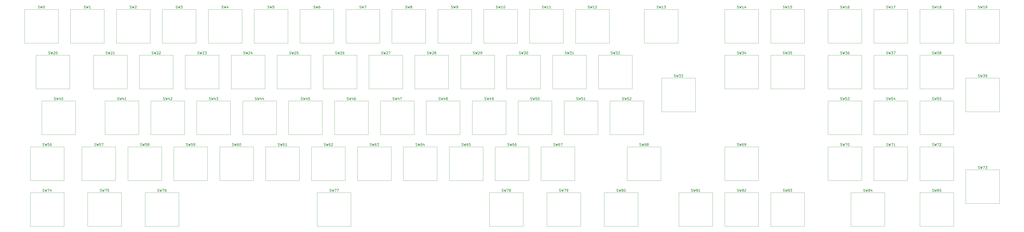
<source format=gbr>
G04 #@! TF.FileFunction,Legend,Top*
%FSLAX46Y46*%
G04 Gerber Fmt 4.6, Leading zero omitted, Abs format (unit mm)*
G04 Created by KiCad (PCBNEW 4.0.7) date 2018 June 19, Tuesday 20:07:00*
%MOMM*%
%LPD*%
G01*
G04 APERTURE LIST*
%ADD10C,0.100000*%
%ADD11C,0.120000*%
%ADD12C,0.150000*%
G04 APERTURE END LIST*
D10*
D11*
X45265000Y-152140000D02*
X59235000Y-152140000D01*
X59235000Y-152140000D02*
X59235000Y-166110000D01*
X59235000Y-166110000D02*
X45265000Y-166110000D01*
X45265000Y-166110000D02*
X45265000Y-152140000D01*
X175890000Y-76140000D02*
X189860000Y-76140000D01*
X189860000Y-76140000D02*
X189860000Y-90110000D01*
X189860000Y-90110000D02*
X175890000Y-90110000D01*
X175890000Y-90110000D02*
X175890000Y-76140000D01*
X156890000Y-76140000D02*
X170860000Y-76140000D01*
X170860000Y-76140000D02*
X170860000Y-90110000D01*
X170860000Y-90110000D02*
X156890000Y-90110000D01*
X156890000Y-90110000D02*
X156890000Y-76140000D01*
X137890000Y-76140000D02*
X151860000Y-76140000D01*
X151860000Y-76140000D02*
X151860000Y-90110000D01*
X151860000Y-90110000D02*
X137890000Y-90110000D01*
X137890000Y-90110000D02*
X137890000Y-76140000D01*
X80890000Y-76140000D02*
X94860000Y-76140000D01*
X94860000Y-76140000D02*
X94860000Y-90110000D01*
X94860000Y-90110000D02*
X80890000Y-90110000D01*
X80890000Y-90110000D02*
X80890000Y-76140000D01*
X292265000Y-133140000D02*
X306235000Y-133140000D01*
X306235000Y-133140000D02*
X306235000Y-147110000D01*
X306235000Y-147110000D02*
X292265000Y-147110000D01*
X292265000Y-147110000D02*
X292265000Y-133140000D01*
X47640000Y-95140000D02*
X61610000Y-95140000D01*
X61610000Y-95140000D02*
X61610000Y-109110000D01*
X61610000Y-109110000D02*
X47640000Y-109110000D01*
X47640000Y-109110000D02*
X47640000Y-95140000D01*
X384890000Y-152140000D02*
X398860000Y-152140000D01*
X398860000Y-152140000D02*
X398860000Y-166110000D01*
X398860000Y-166110000D02*
X384890000Y-166110000D01*
X384890000Y-166110000D02*
X384890000Y-152140000D01*
X42890000Y-76140000D02*
X56860000Y-76140000D01*
X56860000Y-76140000D02*
X56860000Y-90110000D01*
X56860000Y-90110000D02*
X42890000Y-90110000D01*
X42890000Y-90110000D02*
X42890000Y-76140000D01*
X61890000Y-76140000D02*
X75860000Y-76140000D01*
X75860000Y-76140000D02*
X75860000Y-90110000D01*
X75860000Y-90110000D02*
X61890000Y-90110000D01*
X61890000Y-90110000D02*
X61890000Y-76140000D01*
X99890000Y-76140000D02*
X113860000Y-76140000D01*
X113860000Y-76140000D02*
X113860000Y-90110000D01*
X113860000Y-90110000D02*
X99890000Y-90110000D01*
X99890000Y-90110000D02*
X99890000Y-76140000D01*
X118890000Y-76140000D02*
X132860000Y-76140000D01*
X132860000Y-76140000D02*
X132860000Y-90110000D01*
X132860000Y-90110000D02*
X118890000Y-90110000D01*
X118890000Y-90110000D02*
X118890000Y-76140000D01*
X194890000Y-76140000D02*
X208860000Y-76140000D01*
X208860000Y-76140000D02*
X208860000Y-90110000D01*
X208860000Y-90110000D02*
X194890000Y-90110000D01*
X194890000Y-90110000D02*
X194890000Y-76140000D01*
X213890000Y-76140000D02*
X227860000Y-76140000D01*
X227860000Y-76140000D02*
X227860000Y-90110000D01*
X227860000Y-90110000D02*
X213890000Y-90110000D01*
X213890000Y-90110000D02*
X213890000Y-76140000D01*
X232890000Y-76140000D02*
X246860000Y-76140000D01*
X246860000Y-76140000D02*
X246860000Y-90110000D01*
X246860000Y-90110000D02*
X232890000Y-90110000D01*
X232890000Y-90110000D02*
X232890000Y-76140000D01*
X251890000Y-76140000D02*
X265860000Y-76140000D01*
X265860000Y-76140000D02*
X265860000Y-90110000D01*
X265860000Y-90110000D02*
X251890000Y-90110000D01*
X251890000Y-90110000D02*
X251890000Y-76140000D01*
X270890000Y-76140000D02*
X284860000Y-76140000D01*
X284860000Y-76140000D02*
X284860000Y-90110000D01*
X284860000Y-90110000D02*
X270890000Y-90110000D01*
X270890000Y-90110000D02*
X270890000Y-76140000D01*
X332640000Y-76140000D02*
X346610000Y-76140000D01*
X346610000Y-76140000D02*
X346610000Y-90110000D01*
X346610000Y-90110000D02*
X332640000Y-90110000D01*
X332640000Y-90110000D02*
X332640000Y-76140000D01*
X351640000Y-76140000D02*
X365610000Y-76140000D01*
X365610000Y-76140000D02*
X365610000Y-90110000D01*
X365610000Y-90110000D02*
X351640000Y-90110000D01*
X351640000Y-90110000D02*
X351640000Y-76140000D01*
X375390000Y-76140000D02*
X389360000Y-76140000D01*
X389360000Y-76140000D02*
X389360000Y-90110000D01*
X389360000Y-90110000D02*
X375390000Y-90110000D01*
X375390000Y-90110000D02*
X375390000Y-76140000D01*
X394390000Y-76140000D02*
X408360000Y-76140000D01*
X408360000Y-76140000D02*
X408360000Y-90110000D01*
X408360000Y-90110000D02*
X394390000Y-90110000D01*
X394390000Y-90110000D02*
X394390000Y-76140000D01*
X413390000Y-76140000D02*
X427360000Y-76140000D01*
X427360000Y-76140000D02*
X427360000Y-90110000D01*
X427360000Y-90110000D02*
X413390000Y-90110000D01*
X413390000Y-90110000D02*
X413390000Y-76140000D01*
X432390000Y-76140000D02*
X446360000Y-76140000D01*
X446360000Y-76140000D02*
X446360000Y-90110000D01*
X446360000Y-90110000D02*
X432390000Y-90110000D01*
X432390000Y-90110000D02*
X432390000Y-76140000D01*
X71390000Y-95140000D02*
X85360000Y-95140000D01*
X85360000Y-95140000D02*
X85360000Y-109110000D01*
X85360000Y-109110000D02*
X71390000Y-109110000D01*
X71390000Y-109110000D02*
X71390000Y-95140000D01*
X90390000Y-95140000D02*
X104360000Y-95140000D01*
X104360000Y-95140000D02*
X104360000Y-109110000D01*
X104360000Y-109110000D02*
X90390000Y-109110000D01*
X90390000Y-109110000D02*
X90390000Y-95140000D01*
X109390000Y-95140000D02*
X123360000Y-95140000D01*
X123360000Y-95140000D02*
X123360000Y-109110000D01*
X123360000Y-109110000D02*
X109390000Y-109110000D01*
X109390000Y-109110000D02*
X109390000Y-95140000D01*
X128390000Y-95140000D02*
X142360000Y-95140000D01*
X142360000Y-95140000D02*
X142360000Y-109110000D01*
X142360000Y-109110000D02*
X128390000Y-109110000D01*
X128390000Y-109110000D02*
X128390000Y-95140000D01*
X147390000Y-95140000D02*
X161360000Y-95140000D01*
X161360000Y-95140000D02*
X161360000Y-109110000D01*
X161360000Y-109110000D02*
X147390000Y-109110000D01*
X147390000Y-109110000D02*
X147390000Y-95140000D01*
X166390000Y-95140000D02*
X180360000Y-95140000D01*
X180360000Y-95140000D02*
X180360000Y-109110000D01*
X180360000Y-109110000D02*
X166390000Y-109110000D01*
X166390000Y-109110000D02*
X166390000Y-95140000D01*
X185390000Y-95140000D02*
X199360000Y-95140000D01*
X199360000Y-95140000D02*
X199360000Y-109110000D01*
X199360000Y-109110000D02*
X185390000Y-109110000D01*
X185390000Y-109110000D02*
X185390000Y-95140000D01*
X204390000Y-95140000D02*
X218360000Y-95140000D01*
X218360000Y-95140000D02*
X218360000Y-109110000D01*
X218360000Y-109110000D02*
X204390000Y-109110000D01*
X204390000Y-109110000D02*
X204390000Y-95140000D01*
X223390000Y-95140000D02*
X237360000Y-95140000D01*
X237360000Y-95140000D02*
X237360000Y-109110000D01*
X237360000Y-109110000D02*
X223390000Y-109110000D01*
X223390000Y-109110000D02*
X223390000Y-95140000D01*
X242390000Y-95140000D02*
X256360000Y-95140000D01*
X256360000Y-95140000D02*
X256360000Y-109110000D01*
X256360000Y-109110000D02*
X242390000Y-109110000D01*
X242390000Y-109110000D02*
X242390000Y-95140000D01*
X261390000Y-95140000D02*
X275360000Y-95140000D01*
X275360000Y-95140000D02*
X275360000Y-109110000D01*
X275360000Y-109110000D02*
X261390000Y-109110000D01*
X261390000Y-109110000D02*
X261390000Y-95140000D01*
X280390000Y-95140000D02*
X294360000Y-95140000D01*
X294360000Y-95140000D02*
X294360000Y-109110000D01*
X294360000Y-109110000D02*
X280390000Y-109110000D01*
X280390000Y-109110000D02*
X280390000Y-95140000D01*
X351640000Y-95140000D02*
X365610000Y-95140000D01*
X365610000Y-95140000D02*
X365610000Y-109110000D01*
X365610000Y-109110000D02*
X351640000Y-109110000D01*
X351640000Y-109110000D02*
X351640000Y-95140000D01*
X375390000Y-95140000D02*
X389360000Y-95140000D01*
X389360000Y-95140000D02*
X389360000Y-109110000D01*
X389360000Y-109110000D02*
X375390000Y-109110000D01*
X375390000Y-109110000D02*
X375390000Y-95140000D01*
X394390000Y-95140000D02*
X408360000Y-95140000D01*
X408360000Y-95140000D02*
X408360000Y-109110000D01*
X408360000Y-109110000D02*
X394390000Y-109110000D01*
X394390000Y-109110000D02*
X394390000Y-95140000D01*
X413390000Y-95140000D02*
X427360000Y-95140000D01*
X427360000Y-95140000D02*
X427360000Y-109110000D01*
X427360000Y-109110000D02*
X413390000Y-109110000D01*
X413390000Y-109110000D02*
X413390000Y-95140000D01*
X76140000Y-114140000D02*
X90110000Y-114140000D01*
X90110000Y-114140000D02*
X90110000Y-128110000D01*
X90110000Y-128110000D02*
X76140000Y-128110000D01*
X76140000Y-128110000D02*
X76140000Y-114140000D01*
X95140000Y-114140000D02*
X109110000Y-114140000D01*
X109110000Y-114140000D02*
X109110000Y-128110000D01*
X109110000Y-128110000D02*
X95140000Y-128110000D01*
X95140000Y-128110000D02*
X95140000Y-114140000D01*
X114140000Y-114140000D02*
X128110000Y-114140000D01*
X128110000Y-114140000D02*
X128110000Y-128110000D01*
X128110000Y-128110000D02*
X114140000Y-128110000D01*
X114140000Y-128110000D02*
X114140000Y-114140000D01*
X133140000Y-114140000D02*
X147110000Y-114140000D01*
X147110000Y-114140000D02*
X147110000Y-128110000D01*
X147110000Y-128110000D02*
X133140000Y-128110000D01*
X133140000Y-128110000D02*
X133140000Y-114140000D01*
X152140000Y-114140000D02*
X166110000Y-114140000D01*
X166110000Y-114140000D02*
X166110000Y-128110000D01*
X166110000Y-128110000D02*
X152140000Y-128110000D01*
X152140000Y-128110000D02*
X152140000Y-114140000D01*
X171140000Y-114140000D02*
X185110000Y-114140000D01*
X185110000Y-114140000D02*
X185110000Y-128110000D01*
X185110000Y-128110000D02*
X171140000Y-128110000D01*
X171140000Y-128110000D02*
X171140000Y-114140000D01*
X190140000Y-114140000D02*
X204110000Y-114140000D01*
X204110000Y-114140000D02*
X204110000Y-128110000D01*
X204110000Y-128110000D02*
X190140000Y-128110000D01*
X190140000Y-128110000D02*
X190140000Y-114140000D01*
X209140000Y-114140000D02*
X223110000Y-114140000D01*
X223110000Y-114140000D02*
X223110000Y-128110000D01*
X223110000Y-128110000D02*
X209140000Y-128110000D01*
X209140000Y-128110000D02*
X209140000Y-114140000D01*
X228140000Y-114140000D02*
X242110000Y-114140000D01*
X242110000Y-114140000D02*
X242110000Y-128110000D01*
X242110000Y-128110000D02*
X228140000Y-128110000D01*
X228140000Y-128110000D02*
X228140000Y-114140000D01*
X247140000Y-114140000D02*
X261110000Y-114140000D01*
X261110000Y-114140000D02*
X261110000Y-128110000D01*
X261110000Y-128110000D02*
X247140000Y-128110000D01*
X247140000Y-128110000D02*
X247140000Y-114140000D01*
X266140000Y-114140000D02*
X280110000Y-114140000D01*
X280110000Y-114140000D02*
X280110000Y-128110000D01*
X280110000Y-128110000D02*
X266140000Y-128110000D01*
X266140000Y-128110000D02*
X266140000Y-114140000D01*
X285140000Y-114140000D02*
X299110000Y-114140000D01*
X299110000Y-114140000D02*
X299110000Y-128110000D01*
X299110000Y-128110000D02*
X285140000Y-128110000D01*
X285140000Y-128110000D02*
X285140000Y-114140000D01*
X375390000Y-114140000D02*
X389360000Y-114140000D01*
X389360000Y-114140000D02*
X389360000Y-128110000D01*
X389360000Y-128110000D02*
X375390000Y-128110000D01*
X375390000Y-128110000D02*
X375390000Y-114140000D01*
X394390000Y-114140000D02*
X408360000Y-114140000D01*
X408360000Y-114140000D02*
X408360000Y-128110000D01*
X408360000Y-128110000D02*
X394390000Y-128110000D01*
X394390000Y-128110000D02*
X394390000Y-114140000D01*
X413390000Y-114140000D02*
X427360000Y-114140000D01*
X427360000Y-114140000D02*
X427360000Y-128110000D01*
X427360000Y-128110000D02*
X413390000Y-128110000D01*
X413390000Y-128110000D02*
X413390000Y-114140000D01*
X66640000Y-133140000D02*
X80610000Y-133140000D01*
X80610000Y-133140000D02*
X80610000Y-147110000D01*
X80610000Y-147110000D02*
X66640000Y-147110000D01*
X66640000Y-147110000D02*
X66640000Y-133140000D01*
X85640000Y-133140000D02*
X99610000Y-133140000D01*
X99610000Y-133140000D02*
X99610000Y-147110000D01*
X99610000Y-147110000D02*
X85640000Y-147110000D01*
X85640000Y-147110000D02*
X85640000Y-133140000D01*
X104640000Y-133140000D02*
X118610000Y-133140000D01*
X118610000Y-133140000D02*
X118610000Y-147110000D01*
X118610000Y-147110000D02*
X104640000Y-147110000D01*
X104640000Y-147110000D02*
X104640000Y-133140000D01*
X123640000Y-133140000D02*
X137610000Y-133140000D01*
X137610000Y-133140000D02*
X137610000Y-147110000D01*
X137610000Y-147110000D02*
X123640000Y-147110000D01*
X123640000Y-147110000D02*
X123640000Y-133140000D01*
X142640000Y-133140000D02*
X156610000Y-133140000D01*
X156610000Y-133140000D02*
X156610000Y-147110000D01*
X156610000Y-147110000D02*
X142640000Y-147110000D01*
X142640000Y-147110000D02*
X142640000Y-133140000D01*
X161640000Y-133140000D02*
X175610000Y-133140000D01*
X175610000Y-133140000D02*
X175610000Y-147110000D01*
X175610000Y-147110000D02*
X161640000Y-147110000D01*
X161640000Y-147110000D02*
X161640000Y-133140000D01*
X180640000Y-133140000D02*
X194610000Y-133140000D01*
X194610000Y-133140000D02*
X194610000Y-147110000D01*
X194610000Y-147110000D02*
X180640000Y-147110000D01*
X180640000Y-147110000D02*
X180640000Y-133140000D01*
X199640000Y-133140000D02*
X213610000Y-133140000D01*
X213610000Y-133140000D02*
X213610000Y-147110000D01*
X213610000Y-147110000D02*
X199640000Y-147110000D01*
X199640000Y-147110000D02*
X199640000Y-133140000D01*
X218640000Y-133140000D02*
X232610000Y-133140000D01*
X232610000Y-133140000D02*
X232610000Y-147110000D01*
X232610000Y-147110000D02*
X218640000Y-147110000D01*
X218640000Y-147110000D02*
X218640000Y-133140000D01*
X237640000Y-133140000D02*
X251610000Y-133140000D01*
X251610000Y-133140000D02*
X251610000Y-147110000D01*
X251610000Y-147110000D02*
X237640000Y-147110000D01*
X237640000Y-147110000D02*
X237640000Y-133140000D01*
X256640000Y-133140000D02*
X270610000Y-133140000D01*
X270610000Y-133140000D02*
X270610000Y-147110000D01*
X270610000Y-147110000D02*
X256640000Y-147110000D01*
X256640000Y-147110000D02*
X256640000Y-133140000D01*
X332640000Y-133140000D02*
X346610000Y-133140000D01*
X346610000Y-133140000D02*
X346610000Y-147110000D01*
X346610000Y-147110000D02*
X332640000Y-147110000D01*
X332640000Y-147110000D02*
X332640000Y-133140000D01*
X375390000Y-133140000D02*
X389360000Y-133140000D01*
X389360000Y-133140000D02*
X389360000Y-147110000D01*
X389360000Y-147110000D02*
X375390000Y-147110000D01*
X375390000Y-147110000D02*
X375390000Y-133140000D01*
X394390000Y-133140000D02*
X408360000Y-133140000D01*
X408360000Y-133140000D02*
X408360000Y-147110000D01*
X408360000Y-147110000D02*
X394390000Y-147110000D01*
X394390000Y-147110000D02*
X394390000Y-133140000D01*
X413390000Y-133140000D02*
X427360000Y-133140000D01*
X427360000Y-133140000D02*
X427360000Y-147110000D01*
X427360000Y-147110000D02*
X413390000Y-147110000D01*
X413390000Y-147110000D02*
X413390000Y-133140000D01*
X313640000Y-152140000D02*
X327610000Y-152140000D01*
X327610000Y-152140000D02*
X327610000Y-166110000D01*
X327610000Y-166110000D02*
X313640000Y-166110000D01*
X313640000Y-166110000D02*
X313640000Y-152140000D01*
X332640000Y-152140000D02*
X346610000Y-152140000D01*
X346610000Y-152140000D02*
X346610000Y-166110000D01*
X346610000Y-166110000D02*
X332640000Y-166110000D01*
X332640000Y-166110000D02*
X332640000Y-152140000D01*
X351640000Y-152140000D02*
X365610000Y-152140000D01*
X365610000Y-152140000D02*
X365610000Y-166110000D01*
X365610000Y-166110000D02*
X351640000Y-166110000D01*
X351640000Y-166110000D02*
X351640000Y-152140000D01*
X413390000Y-152140000D02*
X427360000Y-152140000D01*
X427360000Y-152140000D02*
X427360000Y-166110000D01*
X427360000Y-166110000D02*
X413390000Y-166110000D01*
X413390000Y-166110000D02*
X413390000Y-152140000D01*
X332640000Y-95140000D02*
X346610000Y-95140000D01*
X346610000Y-95140000D02*
X346610000Y-109110000D01*
X346610000Y-109110000D02*
X332640000Y-109110000D01*
X332640000Y-109110000D02*
X332640000Y-95140000D01*
X50015000Y-114140000D02*
X63985000Y-114140000D01*
X63985000Y-114140000D02*
X63985000Y-128110000D01*
X63985000Y-128110000D02*
X50015000Y-128110000D01*
X50015000Y-128110000D02*
X50015000Y-114140000D01*
X69015000Y-152140000D02*
X82985000Y-152140000D01*
X82985000Y-152140000D02*
X82985000Y-166110000D01*
X82985000Y-166110000D02*
X69015000Y-166110000D01*
X69015000Y-166110000D02*
X69015000Y-152140000D01*
X92765000Y-152140000D02*
X106735000Y-152140000D01*
X106735000Y-152140000D02*
X106735000Y-166110000D01*
X106735000Y-166110000D02*
X92765000Y-166110000D01*
X92765000Y-166110000D02*
X92765000Y-152140000D01*
X235265000Y-152140000D02*
X249235000Y-152140000D01*
X249235000Y-152140000D02*
X249235000Y-166110000D01*
X249235000Y-166110000D02*
X235265000Y-166110000D01*
X235265000Y-166110000D02*
X235265000Y-152140000D01*
X259015000Y-152140000D02*
X272985000Y-152140000D01*
X272985000Y-152140000D02*
X272985000Y-166110000D01*
X272985000Y-166110000D02*
X259015000Y-166110000D01*
X259015000Y-166110000D02*
X259015000Y-152140000D01*
X282765000Y-152140000D02*
X296735000Y-152140000D01*
X296735000Y-152140000D02*
X296735000Y-166110000D01*
X296735000Y-166110000D02*
X282765000Y-166110000D01*
X282765000Y-166110000D02*
X282765000Y-152140000D01*
X45265000Y-133140000D02*
X59235000Y-133140000D01*
X59235000Y-133140000D02*
X59235000Y-147110000D01*
X59235000Y-147110000D02*
X45265000Y-147110000D01*
X45265000Y-147110000D02*
X45265000Y-133140000D01*
X306515000Y-104640000D02*
X320485000Y-104640000D01*
X320485000Y-104640000D02*
X320485000Y-118610000D01*
X320485000Y-118610000D02*
X306515000Y-118610000D01*
X306515000Y-118610000D02*
X306515000Y-104640000D01*
X432390000Y-142640000D02*
X446360000Y-142640000D01*
X446360000Y-142640000D02*
X446360000Y-156610000D01*
X446360000Y-156610000D02*
X432390000Y-156610000D01*
X432390000Y-156610000D02*
X432390000Y-142640000D01*
X432390000Y-104640000D02*
X446360000Y-104640000D01*
X446360000Y-104640000D02*
X446360000Y-118610000D01*
X446360000Y-118610000D02*
X432390000Y-118610000D01*
X432390000Y-118610000D02*
X432390000Y-104640000D01*
X299390000Y-76140000D02*
X313360000Y-76140000D01*
X313360000Y-76140000D02*
X313360000Y-90110000D01*
X313360000Y-90110000D02*
X299390000Y-90110000D01*
X299390000Y-90110000D02*
X299390000Y-76140000D01*
X164015000Y-152140000D02*
X177985000Y-152140000D01*
X177985000Y-152140000D02*
X177985000Y-166110000D01*
X177985000Y-166110000D02*
X164015000Y-166110000D01*
X164015000Y-166110000D02*
X164015000Y-152140000D01*
D12*
X50440476Y-151655762D02*
X50583333Y-151703381D01*
X50821429Y-151703381D01*
X50916667Y-151655762D01*
X50964286Y-151608143D01*
X51011905Y-151512905D01*
X51011905Y-151417667D01*
X50964286Y-151322429D01*
X50916667Y-151274810D01*
X50821429Y-151227190D01*
X50630952Y-151179571D01*
X50535714Y-151131952D01*
X50488095Y-151084333D01*
X50440476Y-150989095D01*
X50440476Y-150893857D01*
X50488095Y-150798619D01*
X50535714Y-150751000D01*
X50630952Y-150703381D01*
X50869048Y-150703381D01*
X51011905Y-150751000D01*
X51345238Y-150703381D02*
X51583333Y-151703381D01*
X51773810Y-150989095D01*
X51964286Y-151703381D01*
X52202381Y-150703381D01*
X52488095Y-150703381D02*
X53154762Y-150703381D01*
X52726190Y-151703381D01*
X53964286Y-151036714D02*
X53964286Y-151703381D01*
X53726190Y-150655762D02*
X53488095Y-151370048D01*
X54107143Y-151370048D01*
X181541667Y-75655762D02*
X181684524Y-75703381D01*
X181922620Y-75703381D01*
X182017858Y-75655762D01*
X182065477Y-75608143D01*
X182113096Y-75512905D01*
X182113096Y-75417667D01*
X182065477Y-75322429D01*
X182017858Y-75274810D01*
X181922620Y-75227190D01*
X181732143Y-75179571D01*
X181636905Y-75131952D01*
X181589286Y-75084333D01*
X181541667Y-74989095D01*
X181541667Y-74893857D01*
X181589286Y-74798619D01*
X181636905Y-74751000D01*
X181732143Y-74703381D01*
X181970239Y-74703381D01*
X182113096Y-74751000D01*
X182446429Y-74703381D02*
X182684524Y-75703381D01*
X182875001Y-74989095D01*
X183065477Y-75703381D01*
X183303572Y-74703381D01*
X183589286Y-74703381D02*
X184255953Y-74703381D01*
X183827381Y-75703381D01*
X162541667Y-75655762D02*
X162684524Y-75703381D01*
X162922620Y-75703381D01*
X163017858Y-75655762D01*
X163065477Y-75608143D01*
X163113096Y-75512905D01*
X163113096Y-75417667D01*
X163065477Y-75322429D01*
X163017858Y-75274810D01*
X162922620Y-75227190D01*
X162732143Y-75179571D01*
X162636905Y-75131952D01*
X162589286Y-75084333D01*
X162541667Y-74989095D01*
X162541667Y-74893857D01*
X162589286Y-74798619D01*
X162636905Y-74751000D01*
X162732143Y-74703381D01*
X162970239Y-74703381D01*
X163113096Y-74751000D01*
X163446429Y-74703381D02*
X163684524Y-75703381D01*
X163875001Y-74989095D01*
X164065477Y-75703381D01*
X164303572Y-74703381D01*
X165113096Y-74703381D02*
X164922619Y-74703381D01*
X164827381Y-74751000D01*
X164779762Y-74798619D01*
X164684524Y-74941476D01*
X164636905Y-75131952D01*
X164636905Y-75512905D01*
X164684524Y-75608143D01*
X164732143Y-75655762D01*
X164827381Y-75703381D01*
X165017858Y-75703381D01*
X165113096Y-75655762D01*
X165160715Y-75608143D01*
X165208334Y-75512905D01*
X165208334Y-75274810D01*
X165160715Y-75179571D01*
X165113096Y-75131952D01*
X165017858Y-75084333D01*
X164827381Y-75084333D01*
X164732143Y-75131952D01*
X164684524Y-75179571D01*
X164636905Y-75274810D01*
X143541667Y-75655762D02*
X143684524Y-75703381D01*
X143922620Y-75703381D01*
X144017858Y-75655762D01*
X144065477Y-75608143D01*
X144113096Y-75512905D01*
X144113096Y-75417667D01*
X144065477Y-75322429D01*
X144017858Y-75274810D01*
X143922620Y-75227190D01*
X143732143Y-75179571D01*
X143636905Y-75131952D01*
X143589286Y-75084333D01*
X143541667Y-74989095D01*
X143541667Y-74893857D01*
X143589286Y-74798619D01*
X143636905Y-74751000D01*
X143732143Y-74703381D01*
X143970239Y-74703381D01*
X144113096Y-74751000D01*
X144446429Y-74703381D02*
X144684524Y-75703381D01*
X144875001Y-74989095D01*
X145065477Y-75703381D01*
X145303572Y-74703381D01*
X146160715Y-74703381D02*
X145684524Y-74703381D01*
X145636905Y-75179571D01*
X145684524Y-75131952D01*
X145779762Y-75084333D01*
X146017858Y-75084333D01*
X146113096Y-75131952D01*
X146160715Y-75179571D01*
X146208334Y-75274810D01*
X146208334Y-75512905D01*
X146160715Y-75608143D01*
X146113096Y-75655762D01*
X146017858Y-75703381D01*
X145779762Y-75703381D01*
X145684524Y-75655762D01*
X145636905Y-75608143D01*
X86541667Y-75655762D02*
X86684524Y-75703381D01*
X86922620Y-75703381D01*
X87017858Y-75655762D01*
X87065477Y-75608143D01*
X87113096Y-75512905D01*
X87113096Y-75417667D01*
X87065477Y-75322429D01*
X87017858Y-75274810D01*
X86922620Y-75227190D01*
X86732143Y-75179571D01*
X86636905Y-75131952D01*
X86589286Y-75084333D01*
X86541667Y-74989095D01*
X86541667Y-74893857D01*
X86589286Y-74798619D01*
X86636905Y-74751000D01*
X86732143Y-74703381D01*
X86970239Y-74703381D01*
X87113096Y-74751000D01*
X87446429Y-74703381D02*
X87684524Y-75703381D01*
X87875001Y-74989095D01*
X88065477Y-75703381D01*
X88303572Y-74703381D01*
X88636905Y-74798619D02*
X88684524Y-74751000D01*
X88779762Y-74703381D01*
X89017858Y-74703381D01*
X89113096Y-74751000D01*
X89160715Y-74798619D01*
X89208334Y-74893857D01*
X89208334Y-74989095D01*
X89160715Y-75131952D01*
X88589286Y-75703381D01*
X89208334Y-75703381D01*
X297440476Y-132655762D02*
X297583333Y-132703381D01*
X297821429Y-132703381D01*
X297916667Y-132655762D01*
X297964286Y-132608143D01*
X298011905Y-132512905D01*
X298011905Y-132417667D01*
X297964286Y-132322429D01*
X297916667Y-132274810D01*
X297821429Y-132227190D01*
X297630952Y-132179571D01*
X297535714Y-132131952D01*
X297488095Y-132084333D01*
X297440476Y-131989095D01*
X297440476Y-131893857D01*
X297488095Y-131798619D01*
X297535714Y-131751000D01*
X297630952Y-131703381D01*
X297869048Y-131703381D01*
X298011905Y-131751000D01*
X298345238Y-131703381D02*
X298583333Y-132703381D01*
X298773810Y-131989095D01*
X298964286Y-132703381D01*
X299202381Y-131703381D01*
X300011905Y-131703381D02*
X299821428Y-131703381D01*
X299726190Y-131751000D01*
X299678571Y-131798619D01*
X299583333Y-131941476D01*
X299535714Y-132131952D01*
X299535714Y-132512905D01*
X299583333Y-132608143D01*
X299630952Y-132655762D01*
X299726190Y-132703381D01*
X299916667Y-132703381D01*
X300011905Y-132655762D01*
X300059524Y-132608143D01*
X300107143Y-132512905D01*
X300107143Y-132274810D01*
X300059524Y-132179571D01*
X300011905Y-132131952D01*
X299916667Y-132084333D01*
X299726190Y-132084333D01*
X299630952Y-132131952D01*
X299583333Y-132179571D01*
X299535714Y-132274810D01*
X300678571Y-132131952D02*
X300583333Y-132084333D01*
X300535714Y-132036714D01*
X300488095Y-131941476D01*
X300488095Y-131893857D01*
X300535714Y-131798619D01*
X300583333Y-131751000D01*
X300678571Y-131703381D01*
X300869048Y-131703381D01*
X300964286Y-131751000D01*
X301011905Y-131798619D01*
X301059524Y-131893857D01*
X301059524Y-131941476D01*
X301011905Y-132036714D01*
X300964286Y-132084333D01*
X300869048Y-132131952D01*
X300678571Y-132131952D01*
X300583333Y-132179571D01*
X300535714Y-132227190D01*
X300488095Y-132322429D01*
X300488095Y-132512905D01*
X300535714Y-132608143D01*
X300583333Y-132655762D01*
X300678571Y-132703381D01*
X300869048Y-132703381D01*
X300964286Y-132655762D01*
X301011905Y-132608143D01*
X301059524Y-132512905D01*
X301059524Y-132322429D01*
X301011905Y-132227190D01*
X300964286Y-132179571D01*
X300869048Y-132131952D01*
X52815476Y-94655762D02*
X52958333Y-94703381D01*
X53196429Y-94703381D01*
X53291667Y-94655762D01*
X53339286Y-94608143D01*
X53386905Y-94512905D01*
X53386905Y-94417667D01*
X53339286Y-94322429D01*
X53291667Y-94274810D01*
X53196429Y-94227190D01*
X53005952Y-94179571D01*
X52910714Y-94131952D01*
X52863095Y-94084333D01*
X52815476Y-93989095D01*
X52815476Y-93893857D01*
X52863095Y-93798619D01*
X52910714Y-93751000D01*
X53005952Y-93703381D01*
X53244048Y-93703381D01*
X53386905Y-93751000D01*
X53720238Y-93703381D02*
X53958333Y-94703381D01*
X54148810Y-93989095D01*
X54339286Y-94703381D01*
X54577381Y-93703381D01*
X54910714Y-93798619D02*
X54958333Y-93751000D01*
X55053571Y-93703381D01*
X55291667Y-93703381D01*
X55386905Y-93751000D01*
X55434524Y-93798619D01*
X55482143Y-93893857D01*
X55482143Y-93989095D01*
X55434524Y-94131952D01*
X54863095Y-94703381D01*
X55482143Y-94703381D01*
X56101190Y-93703381D02*
X56196429Y-93703381D01*
X56291667Y-93751000D01*
X56339286Y-93798619D01*
X56386905Y-93893857D01*
X56434524Y-94084333D01*
X56434524Y-94322429D01*
X56386905Y-94512905D01*
X56339286Y-94608143D01*
X56291667Y-94655762D01*
X56196429Y-94703381D01*
X56101190Y-94703381D01*
X56005952Y-94655762D01*
X55958333Y-94608143D01*
X55910714Y-94512905D01*
X55863095Y-94322429D01*
X55863095Y-94084333D01*
X55910714Y-93893857D01*
X55958333Y-93798619D01*
X56005952Y-93751000D01*
X56101190Y-93703381D01*
X390065476Y-151655762D02*
X390208333Y-151703381D01*
X390446429Y-151703381D01*
X390541667Y-151655762D01*
X390589286Y-151608143D01*
X390636905Y-151512905D01*
X390636905Y-151417667D01*
X390589286Y-151322429D01*
X390541667Y-151274810D01*
X390446429Y-151227190D01*
X390255952Y-151179571D01*
X390160714Y-151131952D01*
X390113095Y-151084333D01*
X390065476Y-150989095D01*
X390065476Y-150893857D01*
X390113095Y-150798619D01*
X390160714Y-150751000D01*
X390255952Y-150703381D01*
X390494048Y-150703381D01*
X390636905Y-150751000D01*
X390970238Y-150703381D02*
X391208333Y-151703381D01*
X391398810Y-150989095D01*
X391589286Y-151703381D01*
X391827381Y-150703381D01*
X392351190Y-151131952D02*
X392255952Y-151084333D01*
X392208333Y-151036714D01*
X392160714Y-150941476D01*
X392160714Y-150893857D01*
X392208333Y-150798619D01*
X392255952Y-150751000D01*
X392351190Y-150703381D01*
X392541667Y-150703381D01*
X392636905Y-150751000D01*
X392684524Y-150798619D01*
X392732143Y-150893857D01*
X392732143Y-150941476D01*
X392684524Y-151036714D01*
X392636905Y-151084333D01*
X392541667Y-151131952D01*
X392351190Y-151131952D01*
X392255952Y-151179571D01*
X392208333Y-151227190D01*
X392160714Y-151322429D01*
X392160714Y-151512905D01*
X392208333Y-151608143D01*
X392255952Y-151655762D01*
X392351190Y-151703381D01*
X392541667Y-151703381D01*
X392636905Y-151655762D01*
X392684524Y-151608143D01*
X392732143Y-151512905D01*
X392732143Y-151322429D01*
X392684524Y-151227190D01*
X392636905Y-151179571D01*
X392541667Y-151131952D01*
X393589286Y-151036714D02*
X393589286Y-151703381D01*
X393351190Y-150655762D02*
X393113095Y-151370048D01*
X393732143Y-151370048D01*
X48541667Y-75655762D02*
X48684524Y-75703381D01*
X48922620Y-75703381D01*
X49017858Y-75655762D01*
X49065477Y-75608143D01*
X49113096Y-75512905D01*
X49113096Y-75417667D01*
X49065477Y-75322429D01*
X49017858Y-75274810D01*
X48922620Y-75227190D01*
X48732143Y-75179571D01*
X48636905Y-75131952D01*
X48589286Y-75084333D01*
X48541667Y-74989095D01*
X48541667Y-74893857D01*
X48589286Y-74798619D01*
X48636905Y-74751000D01*
X48732143Y-74703381D01*
X48970239Y-74703381D01*
X49113096Y-74751000D01*
X49446429Y-74703381D02*
X49684524Y-75703381D01*
X49875001Y-74989095D01*
X50065477Y-75703381D01*
X50303572Y-74703381D01*
X50875000Y-74703381D02*
X50970239Y-74703381D01*
X51065477Y-74751000D01*
X51113096Y-74798619D01*
X51160715Y-74893857D01*
X51208334Y-75084333D01*
X51208334Y-75322429D01*
X51160715Y-75512905D01*
X51113096Y-75608143D01*
X51065477Y-75655762D01*
X50970239Y-75703381D01*
X50875000Y-75703381D01*
X50779762Y-75655762D01*
X50732143Y-75608143D01*
X50684524Y-75512905D01*
X50636905Y-75322429D01*
X50636905Y-75084333D01*
X50684524Y-74893857D01*
X50732143Y-74798619D01*
X50779762Y-74751000D01*
X50875000Y-74703381D01*
X67541667Y-75655762D02*
X67684524Y-75703381D01*
X67922620Y-75703381D01*
X68017858Y-75655762D01*
X68065477Y-75608143D01*
X68113096Y-75512905D01*
X68113096Y-75417667D01*
X68065477Y-75322429D01*
X68017858Y-75274810D01*
X67922620Y-75227190D01*
X67732143Y-75179571D01*
X67636905Y-75131952D01*
X67589286Y-75084333D01*
X67541667Y-74989095D01*
X67541667Y-74893857D01*
X67589286Y-74798619D01*
X67636905Y-74751000D01*
X67732143Y-74703381D01*
X67970239Y-74703381D01*
X68113096Y-74751000D01*
X68446429Y-74703381D02*
X68684524Y-75703381D01*
X68875001Y-74989095D01*
X69065477Y-75703381D01*
X69303572Y-74703381D01*
X70208334Y-75703381D02*
X69636905Y-75703381D01*
X69922619Y-75703381D02*
X69922619Y-74703381D01*
X69827381Y-74846238D01*
X69732143Y-74941476D01*
X69636905Y-74989095D01*
X105541667Y-75655762D02*
X105684524Y-75703381D01*
X105922620Y-75703381D01*
X106017858Y-75655762D01*
X106065477Y-75608143D01*
X106113096Y-75512905D01*
X106113096Y-75417667D01*
X106065477Y-75322429D01*
X106017858Y-75274810D01*
X105922620Y-75227190D01*
X105732143Y-75179571D01*
X105636905Y-75131952D01*
X105589286Y-75084333D01*
X105541667Y-74989095D01*
X105541667Y-74893857D01*
X105589286Y-74798619D01*
X105636905Y-74751000D01*
X105732143Y-74703381D01*
X105970239Y-74703381D01*
X106113096Y-74751000D01*
X106446429Y-74703381D02*
X106684524Y-75703381D01*
X106875001Y-74989095D01*
X107065477Y-75703381D01*
X107303572Y-74703381D01*
X107589286Y-74703381D02*
X108208334Y-74703381D01*
X107875000Y-75084333D01*
X108017858Y-75084333D01*
X108113096Y-75131952D01*
X108160715Y-75179571D01*
X108208334Y-75274810D01*
X108208334Y-75512905D01*
X108160715Y-75608143D01*
X108113096Y-75655762D01*
X108017858Y-75703381D01*
X107732143Y-75703381D01*
X107636905Y-75655762D01*
X107589286Y-75608143D01*
X124541667Y-75655762D02*
X124684524Y-75703381D01*
X124922620Y-75703381D01*
X125017858Y-75655762D01*
X125065477Y-75608143D01*
X125113096Y-75512905D01*
X125113096Y-75417667D01*
X125065477Y-75322429D01*
X125017858Y-75274810D01*
X124922620Y-75227190D01*
X124732143Y-75179571D01*
X124636905Y-75131952D01*
X124589286Y-75084333D01*
X124541667Y-74989095D01*
X124541667Y-74893857D01*
X124589286Y-74798619D01*
X124636905Y-74751000D01*
X124732143Y-74703381D01*
X124970239Y-74703381D01*
X125113096Y-74751000D01*
X125446429Y-74703381D02*
X125684524Y-75703381D01*
X125875001Y-74989095D01*
X126065477Y-75703381D01*
X126303572Y-74703381D01*
X127113096Y-75036714D02*
X127113096Y-75703381D01*
X126875000Y-74655762D02*
X126636905Y-75370048D01*
X127255953Y-75370048D01*
X200541667Y-75655762D02*
X200684524Y-75703381D01*
X200922620Y-75703381D01*
X201017858Y-75655762D01*
X201065477Y-75608143D01*
X201113096Y-75512905D01*
X201113096Y-75417667D01*
X201065477Y-75322429D01*
X201017858Y-75274810D01*
X200922620Y-75227190D01*
X200732143Y-75179571D01*
X200636905Y-75131952D01*
X200589286Y-75084333D01*
X200541667Y-74989095D01*
X200541667Y-74893857D01*
X200589286Y-74798619D01*
X200636905Y-74751000D01*
X200732143Y-74703381D01*
X200970239Y-74703381D01*
X201113096Y-74751000D01*
X201446429Y-74703381D02*
X201684524Y-75703381D01*
X201875001Y-74989095D01*
X202065477Y-75703381D01*
X202303572Y-74703381D01*
X202827381Y-75131952D02*
X202732143Y-75084333D01*
X202684524Y-75036714D01*
X202636905Y-74941476D01*
X202636905Y-74893857D01*
X202684524Y-74798619D01*
X202732143Y-74751000D01*
X202827381Y-74703381D01*
X203017858Y-74703381D01*
X203113096Y-74751000D01*
X203160715Y-74798619D01*
X203208334Y-74893857D01*
X203208334Y-74941476D01*
X203160715Y-75036714D01*
X203113096Y-75084333D01*
X203017858Y-75131952D01*
X202827381Y-75131952D01*
X202732143Y-75179571D01*
X202684524Y-75227190D01*
X202636905Y-75322429D01*
X202636905Y-75512905D01*
X202684524Y-75608143D01*
X202732143Y-75655762D01*
X202827381Y-75703381D01*
X203017858Y-75703381D01*
X203113096Y-75655762D01*
X203160715Y-75608143D01*
X203208334Y-75512905D01*
X203208334Y-75322429D01*
X203160715Y-75227190D01*
X203113096Y-75179571D01*
X203017858Y-75131952D01*
X219541667Y-75655762D02*
X219684524Y-75703381D01*
X219922620Y-75703381D01*
X220017858Y-75655762D01*
X220065477Y-75608143D01*
X220113096Y-75512905D01*
X220113096Y-75417667D01*
X220065477Y-75322429D01*
X220017858Y-75274810D01*
X219922620Y-75227190D01*
X219732143Y-75179571D01*
X219636905Y-75131952D01*
X219589286Y-75084333D01*
X219541667Y-74989095D01*
X219541667Y-74893857D01*
X219589286Y-74798619D01*
X219636905Y-74751000D01*
X219732143Y-74703381D01*
X219970239Y-74703381D01*
X220113096Y-74751000D01*
X220446429Y-74703381D02*
X220684524Y-75703381D01*
X220875001Y-74989095D01*
X221065477Y-75703381D01*
X221303572Y-74703381D01*
X221732143Y-75703381D02*
X221922619Y-75703381D01*
X222017858Y-75655762D01*
X222065477Y-75608143D01*
X222160715Y-75465286D01*
X222208334Y-75274810D01*
X222208334Y-74893857D01*
X222160715Y-74798619D01*
X222113096Y-74751000D01*
X222017858Y-74703381D01*
X221827381Y-74703381D01*
X221732143Y-74751000D01*
X221684524Y-74798619D01*
X221636905Y-74893857D01*
X221636905Y-75131952D01*
X221684524Y-75227190D01*
X221732143Y-75274810D01*
X221827381Y-75322429D01*
X222017858Y-75322429D01*
X222113096Y-75274810D01*
X222160715Y-75227190D01*
X222208334Y-75131952D01*
X238065476Y-75655762D02*
X238208333Y-75703381D01*
X238446429Y-75703381D01*
X238541667Y-75655762D01*
X238589286Y-75608143D01*
X238636905Y-75512905D01*
X238636905Y-75417667D01*
X238589286Y-75322429D01*
X238541667Y-75274810D01*
X238446429Y-75227190D01*
X238255952Y-75179571D01*
X238160714Y-75131952D01*
X238113095Y-75084333D01*
X238065476Y-74989095D01*
X238065476Y-74893857D01*
X238113095Y-74798619D01*
X238160714Y-74751000D01*
X238255952Y-74703381D01*
X238494048Y-74703381D01*
X238636905Y-74751000D01*
X238970238Y-74703381D02*
X239208333Y-75703381D01*
X239398810Y-74989095D01*
X239589286Y-75703381D01*
X239827381Y-74703381D01*
X240732143Y-75703381D02*
X240160714Y-75703381D01*
X240446428Y-75703381D02*
X240446428Y-74703381D01*
X240351190Y-74846238D01*
X240255952Y-74941476D01*
X240160714Y-74989095D01*
X241351190Y-74703381D02*
X241446429Y-74703381D01*
X241541667Y-74751000D01*
X241589286Y-74798619D01*
X241636905Y-74893857D01*
X241684524Y-75084333D01*
X241684524Y-75322429D01*
X241636905Y-75512905D01*
X241589286Y-75608143D01*
X241541667Y-75655762D01*
X241446429Y-75703381D01*
X241351190Y-75703381D01*
X241255952Y-75655762D01*
X241208333Y-75608143D01*
X241160714Y-75512905D01*
X241113095Y-75322429D01*
X241113095Y-75084333D01*
X241160714Y-74893857D01*
X241208333Y-74798619D01*
X241255952Y-74751000D01*
X241351190Y-74703381D01*
X257065476Y-75655762D02*
X257208333Y-75703381D01*
X257446429Y-75703381D01*
X257541667Y-75655762D01*
X257589286Y-75608143D01*
X257636905Y-75512905D01*
X257636905Y-75417667D01*
X257589286Y-75322429D01*
X257541667Y-75274810D01*
X257446429Y-75227190D01*
X257255952Y-75179571D01*
X257160714Y-75131952D01*
X257113095Y-75084333D01*
X257065476Y-74989095D01*
X257065476Y-74893857D01*
X257113095Y-74798619D01*
X257160714Y-74751000D01*
X257255952Y-74703381D01*
X257494048Y-74703381D01*
X257636905Y-74751000D01*
X257970238Y-74703381D02*
X258208333Y-75703381D01*
X258398810Y-74989095D01*
X258589286Y-75703381D01*
X258827381Y-74703381D01*
X259732143Y-75703381D02*
X259160714Y-75703381D01*
X259446428Y-75703381D02*
X259446428Y-74703381D01*
X259351190Y-74846238D01*
X259255952Y-74941476D01*
X259160714Y-74989095D01*
X260684524Y-75703381D02*
X260113095Y-75703381D01*
X260398809Y-75703381D02*
X260398809Y-74703381D01*
X260303571Y-74846238D01*
X260208333Y-74941476D01*
X260113095Y-74989095D01*
X276065476Y-75655762D02*
X276208333Y-75703381D01*
X276446429Y-75703381D01*
X276541667Y-75655762D01*
X276589286Y-75608143D01*
X276636905Y-75512905D01*
X276636905Y-75417667D01*
X276589286Y-75322429D01*
X276541667Y-75274810D01*
X276446429Y-75227190D01*
X276255952Y-75179571D01*
X276160714Y-75131952D01*
X276113095Y-75084333D01*
X276065476Y-74989095D01*
X276065476Y-74893857D01*
X276113095Y-74798619D01*
X276160714Y-74751000D01*
X276255952Y-74703381D01*
X276494048Y-74703381D01*
X276636905Y-74751000D01*
X276970238Y-74703381D02*
X277208333Y-75703381D01*
X277398810Y-74989095D01*
X277589286Y-75703381D01*
X277827381Y-74703381D01*
X278732143Y-75703381D02*
X278160714Y-75703381D01*
X278446428Y-75703381D02*
X278446428Y-74703381D01*
X278351190Y-74846238D01*
X278255952Y-74941476D01*
X278160714Y-74989095D01*
X279113095Y-74798619D02*
X279160714Y-74751000D01*
X279255952Y-74703381D01*
X279494048Y-74703381D01*
X279589286Y-74751000D01*
X279636905Y-74798619D01*
X279684524Y-74893857D01*
X279684524Y-74989095D01*
X279636905Y-75131952D01*
X279065476Y-75703381D01*
X279684524Y-75703381D01*
X337815476Y-75655762D02*
X337958333Y-75703381D01*
X338196429Y-75703381D01*
X338291667Y-75655762D01*
X338339286Y-75608143D01*
X338386905Y-75512905D01*
X338386905Y-75417667D01*
X338339286Y-75322429D01*
X338291667Y-75274810D01*
X338196429Y-75227190D01*
X338005952Y-75179571D01*
X337910714Y-75131952D01*
X337863095Y-75084333D01*
X337815476Y-74989095D01*
X337815476Y-74893857D01*
X337863095Y-74798619D01*
X337910714Y-74751000D01*
X338005952Y-74703381D01*
X338244048Y-74703381D01*
X338386905Y-74751000D01*
X338720238Y-74703381D02*
X338958333Y-75703381D01*
X339148810Y-74989095D01*
X339339286Y-75703381D01*
X339577381Y-74703381D01*
X340482143Y-75703381D02*
X339910714Y-75703381D01*
X340196428Y-75703381D02*
X340196428Y-74703381D01*
X340101190Y-74846238D01*
X340005952Y-74941476D01*
X339910714Y-74989095D01*
X341339286Y-75036714D02*
X341339286Y-75703381D01*
X341101190Y-74655762D02*
X340863095Y-75370048D01*
X341482143Y-75370048D01*
X356815476Y-75655762D02*
X356958333Y-75703381D01*
X357196429Y-75703381D01*
X357291667Y-75655762D01*
X357339286Y-75608143D01*
X357386905Y-75512905D01*
X357386905Y-75417667D01*
X357339286Y-75322429D01*
X357291667Y-75274810D01*
X357196429Y-75227190D01*
X357005952Y-75179571D01*
X356910714Y-75131952D01*
X356863095Y-75084333D01*
X356815476Y-74989095D01*
X356815476Y-74893857D01*
X356863095Y-74798619D01*
X356910714Y-74751000D01*
X357005952Y-74703381D01*
X357244048Y-74703381D01*
X357386905Y-74751000D01*
X357720238Y-74703381D02*
X357958333Y-75703381D01*
X358148810Y-74989095D01*
X358339286Y-75703381D01*
X358577381Y-74703381D01*
X359482143Y-75703381D02*
X358910714Y-75703381D01*
X359196428Y-75703381D02*
X359196428Y-74703381D01*
X359101190Y-74846238D01*
X359005952Y-74941476D01*
X358910714Y-74989095D01*
X360386905Y-74703381D02*
X359910714Y-74703381D01*
X359863095Y-75179571D01*
X359910714Y-75131952D01*
X360005952Y-75084333D01*
X360244048Y-75084333D01*
X360339286Y-75131952D01*
X360386905Y-75179571D01*
X360434524Y-75274810D01*
X360434524Y-75512905D01*
X360386905Y-75608143D01*
X360339286Y-75655762D01*
X360244048Y-75703381D01*
X360005952Y-75703381D01*
X359910714Y-75655762D01*
X359863095Y-75608143D01*
X380565476Y-75655762D02*
X380708333Y-75703381D01*
X380946429Y-75703381D01*
X381041667Y-75655762D01*
X381089286Y-75608143D01*
X381136905Y-75512905D01*
X381136905Y-75417667D01*
X381089286Y-75322429D01*
X381041667Y-75274810D01*
X380946429Y-75227190D01*
X380755952Y-75179571D01*
X380660714Y-75131952D01*
X380613095Y-75084333D01*
X380565476Y-74989095D01*
X380565476Y-74893857D01*
X380613095Y-74798619D01*
X380660714Y-74751000D01*
X380755952Y-74703381D01*
X380994048Y-74703381D01*
X381136905Y-74751000D01*
X381470238Y-74703381D02*
X381708333Y-75703381D01*
X381898810Y-74989095D01*
X382089286Y-75703381D01*
X382327381Y-74703381D01*
X383232143Y-75703381D02*
X382660714Y-75703381D01*
X382946428Y-75703381D02*
X382946428Y-74703381D01*
X382851190Y-74846238D01*
X382755952Y-74941476D01*
X382660714Y-74989095D01*
X384089286Y-74703381D02*
X383898809Y-74703381D01*
X383803571Y-74751000D01*
X383755952Y-74798619D01*
X383660714Y-74941476D01*
X383613095Y-75131952D01*
X383613095Y-75512905D01*
X383660714Y-75608143D01*
X383708333Y-75655762D01*
X383803571Y-75703381D01*
X383994048Y-75703381D01*
X384089286Y-75655762D01*
X384136905Y-75608143D01*
X384184524Y-75512905D01*
X384184524Y-75274810D01*
X384136905Y-75179571D01*
X384089286Y-75131952D01*
X383994048Y-75084333D01*
X383803571Y-75084333D01*
X383708333Y-75131952D01*
X383660714Y-75179571D01*
X383613095Y-75274810D01*
X399565476Y-75655762D02*
X399708333Y-75703381D01*
X399946429Y-75703381D01*
X400041667Y-75655762D01*
X400089286Y-75608143D01*
X400136905Y-75512905D01*
X400136905Y-75417667D01*
X400089286Y-75322429D01*
X400041667Y-75274810D01*
X399946429Y-75227190D01*
X399755952Y-75179571D01*
X399660714Y-75131952D01*
X399613095Y-75084333D01*
X399565476Y-74989095D01*
X399565476Y-74893857D01*
X399613095Y-74798619D01*
X399660714Y-74751000D01*
X399755952Y-74703381D01*
X399994048Y-74703381D01*
X400136905Y-74751000D01*
X400470238Y-74703381D02*
X400708333Y-75703381D01*
X400898810Y-74989095D01*
X401089286Y-75703381D01*
X401327381Y-74703381D01*
X402232143Y-75703381D02*
X401660714Y-75703381D01*
X401946428Y-75703381D02*
X401946428Y-74703381D01*
X401851190Y-74846238D01*
X401755952Y-74941476D01*
X401660714Y-74989095D01*
X402565476Y-74703381D02*
X403232143Y-74703381D01*
X402803571Y-75703381D01*
X418565476Y-75655762D02*
X418708333Y-75703381D01*
X418946429Y-75703381D01*
X419041667Y-75655762D01*
X419089286Y-75608143D01*
X419136905Y-75512905D01*
X419136905Y-75417667D01*
X419089286Y-75322429D01*
X419041667Y-75274810D01*
X418946429Y-75227190D01*
X418755952Y-75179571D01*
X418660714Y-75131952D01*
X418613095Y-75084333D01*
X418565476Y-74989095D01*
X418565476Y-74893857D01*
X418613095Y-74798619D01*
X418660714Y-74751000D01*
X418755952Y-74703381D01*
X418994048Y-74703381D01*
X419136905Y-74751000D01*
X419470238Y-74703381D02*
X419708333Y-75703381D01*
X419898810Y-74989095D01*
X420089286Y-75703381D01*
X420327381Y-74703381D01*
X421232143Y-75703381D02*
X420660714Y-75703381D01*
X420946428Y-75703381D02*
X420946428Y-74703381D01*
X420851190Y-74846238D01*
X420755952Y-74941476D01*
X420660714Y-74989095D01*
X421803571Y-75131952D02*
X421708333Y-75084333D01*
X421660714Y-75036714D01*
X421613095Y-74941476D01*
X421613095Y-74893857D01*
X421660714Y-74798619D01*
X421708333Y-74751000D01*
X421803571Y-74703381D01*
X421994048Y-74703381D01*
X422089286Y-74751000D01*
X422136905Y-74798619D01*
X422184524Y-74893857D01*
X422184524Y-74941476D01*
X422136905Y-75036714D01*
X422089286Y-75084333D01*
X421994048Y-75131952D01*
X421803571Y-75131952D01*
X421708333Y-75179571D01*
X421660714Y-75227190D01*
X421613095Y-75322429D01*
X421613095Y-75512905D01*
X421660714Y-75608143D01*
X421708333Y-75655762D01*
X421803571Y-75703381D01*
X421994048Y-75703381D01*
X422089286Y-75655762D01*
X422136905Y-75608143D01*
X422184524Y-75512905D01*
X422184524Y-75322429D01*
X422136905Y-75227190D01*
X422089286Y-75179571D01*
X421994048Y-75131952D01*
X437565476Y-75655762D02*
X437708333Y-75703381D01*
X437946429Y-75703381D01*
X438041667Y-75655762D01*
X438089286Y-75608143D01*
X438136905Y-75512905D01*
X438136905Y-75417667D01*
X438089286Y-75322429D01*
X438041667Y-75274810D01*
X437946429Y-75227190D01*
X437755952Y-75179571D01*
X437660714Y-75131952D01*
X437613095Y-75084333D01*
X437565476Y-74989095D01*
X437565476Y-74893857D01*
X437613095Y-74798619D01*
X437660714Y-74751000D01*
X437755952Y-74703381D01*
X437994048Y-74703381D01*
X438136905Y-74751000D01*
X438470238Y-74703381D02*
X438708333Y-75703381D01*
X438898810Y-74989095D01*
X439089286Y-75703381D01*
X439327381Y-74703381D01*
X440232143Y-75703381D02*
X439660714Y-75703381D01*
X439946428Y-75703381D02*
X439946428Y-74703381D01*
X439851190Y-74846238D01*
X439755952Y-74941476D01*
X439660714Y-74989095D01*
X440708333Y-75703381D02*
X440898809Y-75703381D01*
X440994048Y-75655762D01*
X441041667Y-75608143D01*
X441136905Y-75465286D01*
X441184524Y-75274810D01*
X441184524Y-74893857D01*
X441136905Y-74798619D01*
X441089286Y-74751000D01*
X440994048Y-74703381D01*
X440803571Y-74703381D01*
X440708333Y-74751000D01*
X440660714Y-74798619D01*
X440613095Y-74893857D01*
X440613095Y-75131952D01*
X440660714Y-75227190D01*
X440708333Y-75274810D01*
X440803571Y-75322429D01*
X440994048Y-75322429D01*
X441089286Y-75274810D01*
X441136905Y-75227190D01*
X441184524Y-75131952D01*
X76565476Y-94655762D02*
X76708333Y-94703381D01*
X76946429Y-94703381D01*
X77041667Y-94655762D01*
X77089286Y-94608143D01*
X77136905Y-94512905D01*
X77136905Y-94417667D01*
X77089286Y-94322429D01*
X77041667Y-94274810D01*
X76946429Y-94227190D01*
X76755952Y-94179571D01*
X76660714Y-94131952D01*
X76613095Y-94084333D01*
X76565476Y-93989095D01*
X76565476Y-93893857D01*
X76613095Y-93798619D01*
X76660714Y-93751000D01*
X76755952Y-93703381D01*
X76994048Y-93703381D01*
X77136905Y-93751000D01*
X77470238Y-93703381D02*
X77708333Y-94703381D01*
X77898810Y-93989095D01*
X78089286Y-94703381D01*
X78327381Y-93703381D01*
X78660714Y-93798619D02*
X78708333Y-93751000D01*
X78803571Y-93703381D01*
X79041667Y-93703381D01*
X79136905Y-93751000D01*
X79184524Y-93798619D01*
X79232143Y-93893857D01*
X79232143Y-93989095D01*
X79184524Y-94131952D01*
X78613095Y-94703381D01*
X79232143Y-94703381D01*
X80184524Y-94703381D02*
X79613095Y-94703381D01*
X79898809Y-94703381D02*
X79898809Y-93703381D01*
X79803571Y-93846238D01*
X79708333Y-93941476D01*
X79613095Y-93989095D01*
X95565476Y-94655762D02*
X95708333Y-94703381D01*
X95946429Y-94703381D01*
X96041667Y-94655762D01*
X96089286Y-94608143D01*
X96136905Y-94512905D01*
X96136905Y-94417667D01*
X96089286Y-94322429D01*
X96041667Y-94274810D01*
X95946429Y-94227190D01*
X95755952Y-94179571D01*
X95660714Y-94131952D01*
X95613095Y-94084333D01*
X95565476Y-93989095D01*
X95565476Y-93893857D01*
X95613095Y-93798619D01*
X95660714Y-93751000D01*
X95755952Y-93703381D01*
X95994048Y-93703381D01*
X96136905Y-93751000D01*
X96470238Y-93703381D02*
X96708333Y-94703381D01*
X96898810Y-93989095D01*
X97089286Y-94703381D01*
X97327381Y-93703381D01*
X97660714Y-93798619D02*
X97708333Y-93751000D01*
X97803571Y-93703381D01*
X98041667Y-93703381D01*
X98136905Y-93751000D01*
X98184524Y-93798619D01*
X98232143Y-93893857D01*
X98232143Y-93989095D01*
X98184524Y-94131952D01*
X97613095Y-94703381D01*
X98232143Y-94703381D01*
X98613095Y-93798619D02*
X98660714Y-93751000D01*
X98755952Y-93703381D01*
X98994048Y-93703381D01*
X99089286Y-93751000D01*
X99136905Y-93798619D01*
X99184524Y-93893857D01*
X99184524Y-93989095D01*
X99136905Y-94131952D01*
X98565476Y-94703381D01*
X99184524Y-94703381D01*
X114565476Y-94655762D02*
X114708333Y-94703381D01*
X114946429Y-94703381D01*
X115041667Y-94655762D01*
X115089286Y-94608143D01*
X115136905Y-94512905D01*
X115136905Y-94417667D01*
X115089286Y-94322429D01*
X115041667Y-94274810D01*
X114946429Y-94227190D01*
X114755952Y-94179571D01*
X114660714Y-94131952D01*
X114613095Y-94084333D01*
X114565476Y-93989095D01*
X114565476Y-93893857D01*
X114613095Y-93798619D01*
X114660714Y-93751000D01*
X114755952Y-93703381D01*
X114994048Y-93703381D01*
X115136905Y-93751000D01*
X115470238Y-93703381D02*
X115708333Y-94703381D01*
X115898810Y-93989095D01*
X116089286Y-94703381D01*
X116327381Y-93703381D01*
X116660714Y-93798619D02*
X116708333Y-93751000D01*
X116803571Y-93703381D01*
X117041667Y-93703381D01*
X117136905Y-93751000D01*
X117184524Y-93798619D01*
X117232143Y-93893857D01*
X117232143Y-93989095D01*
X117184524Y-94131952D01*
X116613095Y-94703381D01*
X117232143Y-94703381D01*
X117565476Y-93703381D02*
X118184524Y-93703381D01*
X117851190Y-94084333D01*
X117994048Y-94084333D01*
X118089286Y-94131952D01*
X118136905Y-94179571D01*
X118184524Y-94274810D01*
X118184524Y-94512905D01*
X118136905Y-94608143D01*
X118089286Y-94655762D01*
X117994048Y-94703381D01*
X117708333Y-94703381D01*
X117613095Y-94655762D01*
X117565476Y-94608143D01*
X133565476Y-94655762D02*
X133708333Y-94703381D01*
X133946429Y-94703381D01*
X134041667Y-94655762D01*
X134089286Y-94608143D01*
X134136905Y-94512905D01*
X134136905Y-94417667D01*
X134089286Y-94322429D01*
X134041667Y-94274810D01*
X133946429Y-94227190D01*
X133755952Y-94179571D01*
X133660714Y-94131952D01*
X133613095Y-94084333D01*
X133565476Y-93989095D01*
X133565476Y-93893857D01*
X133613095Y-93798619D01*
X133660714Y-93751000D01*
X133755952Y-93703381D01*
X133994048Y-93703381D01*
X134136905Y-93751000D01*
X134470238Y-93703381D02*
X134708333Y-94703381D01*
X134898810Y-93989095D01*
X135089286Y-94703381D01*
X135327381Y-93703381D01*
X135660714Y-93798619D02*
X135708333Y-93751000D01*
X135803571Y-93703381D01*
X136041667Y-93703381D01*
X136136905Y-93751000D01*
X136184524Y-93798619D01*
X136232143Y-93893857D01*
X136232143Y-93989095D01*
X136184524Y-94131952D01*
X135613095Y-94703381D01*
X136232143Y-94703381D01*
X137089286Y-94036714D02*
X137089286Y-94703381D01*
X136851190Y-93655762D02*
X136613095Y-94370048D01*
X137232143Y-94370048D01*
X152565476Y-94655762D02*
X152708333Y-94703381D01*
X152946429Y-94703381D01*
X153041667Y-94655762D01*
X153089286Y-94608143D01*
X153136905Y-94512905D01*
X153136905Y-94417667D01*
X153089286Y-94322429D01*
X153041667Y-94274810D01*
X152946429Y-94227190D01*
X152755952Y-94179571D01*
X152660714Y-94131952D01*
X152613095Y-94084333D01*
X152565476Y-93989095D01*
X152565476Y-93893857D01*
X152613095Y-93798619D01*
X152660714Y-93751000D01*
X152755952Y-93703381D01*
X152994048Y-93703381D01*
X153136905Y-93751000D01*
X153470238Y-93703381D02*
X153708333Y-94703381D01*
X153898810Y-93989095D01*
X154089286Y-94703381D01*
X154327381Y-93703381D01*
X154660714Y-93798619D02*
X154708333Y-93751000D01*
X154803571Y-93703381D01*
X155041667Y-93703381D01*
X155136905Y-93751000D01*
X155184524Y-93798619D01*
X155232143Y-93893857D01*
X155232143Y-93989095D01*
X155184524Y-94131952D01*
X154613095Y-94703381D01*
X155232143Y-94703381D01*
X156136905Y-93703381D02*
X155660714Y-93703381D01*
X155613095Y-94179571D01*
X155660714Y-94131952D01*
X155755952Y-94084333D01*
X155994048Y-94084333D01*
X156089286Y-94131952D01*
X156136905Y-94179571D01*
X156184524Y-94274810D01*
X156184524Y-94512905D01*
X156136905Y-94608143D01*
X156089286Y-94655762D01*
X155994048Y-94703381D01*
X155755952Y-94703381D01*
X155660714Y-94655762D01*
X155613095Y-94608143D01*
X171565476Y-94655762D02*
X171708333Y-94703381D01*
X171946429Y-94703381D01*
X172041667Y-94655762D01*
X172089286Y-94608143D01*
X172136905Y-94512905D01*
X172136905Y-94417667D01*
X172089286Y-94322429D01*
X172041667Y-94274810D01*
X171946429Y-94227190D01*
X171755952Y-94179571D01*
X171660714Y-94131952D01*
X171613095Y-94084333D01*
X171565476Y-93989095D01*
X171565476Y-93893857D01*
X171613095Y-93798619D01*
X171660714Y-93751000D01*
X171755952Y-93703381D01*
X171994048Y-93703381D01*
X172136905Y-93751000D01*
X172470238Y-93703381D02*
X172708333Y-94703381D01*
X172898810Y-93989095D01*
X173089286Y-94703381D01*
X173327381Y-93703381D01*
X173660714Y-93798619D02*
X173708333Y-93751000D01*
X173803571Y-93703381D01*
X174041667Y-93703381D01*
X174136905Y-93751000D01*
X174184524Y-93798619D01*
X174232143Y-93893857D01*
X174232143Y-93989095D01*
X174184524Y-94131952D01*
X173613095Y-94703381D01*
X174232143Y-94703381D01*
X175089286Y-93703381D02*
X174898809Y-93703381D01*
X174803571Y-93751000D01*
X174755952Y-93798619D01*
X174660714Y-93941476D01*
X174613095Y-94131952D01*
X174613095Y-94512905D01*
X174660714Y-94608143D01*
X174708333Y-94655762D01*
X174803571Y-94703381D01*
X174994048Y-94703381D01*
X175089286Y-94655762D01*
X175136905Y-94608143D01*
X175184524Y-94512905D01*
X175184524Y-94274810D01*
X175136905Y-94179571D01*
X175089286Y-94131952D01*
X174994048Y-94084333D01*
X174803571Y-94084333D01*
X174708333Y-94131952D01*
X174660714Y-94179571D01*
X174613095Y-94274810D01*
X190565476Y-94655762D02*
X190708333Y-94703381D01*
X190946429Y-94703381D01*
X191041667Y-94655762D01*
X191089286Y-94608143D01*
X191136905Y-94512905D01*
X191136905Y-94417667D01*
X191089286Y-94322429D01*
X191041667Y-94274810D01*
X190946429Y-94227190D01*
X190755952Y-94179571D01*
X190660714Y-94131952D01*
X190613095Y-94084333D01*
X190565476Y-93989095D01*
X190565476Y-93893857D01*
X190613095Y-93798619D01*
X190660714Y-93751000D01*
X190755952Y-93703381D01*
X190994048Y-93703381D01*
X191136905Y-93751000D01*
X191470238Y-93703381D02*
X191708333Y-94703381D01*
X191898810Y-93989095D01*
X192089286Y-94703381D01*
X192327381Y-93703381D01*
X192660714Y-93798619D02*
X192708333Y-93751000D01*
X192803571Y-93703381D01*
X193041667Y-93703381D01*
X193136905Y-93751000D01*
X193184524Y-93798619D01*
X193232143Y-93893857D01*
X193232143Y-93989095D01*
X193184524Y-94131952D01*
X192613095Y-94703381D01*
X193232143Y-94703381D01*
X193565476Y-93703381D02*
X194232143Y-93703381D01*
X193803571Y-94703381D01*
X209565476Y-94655762D02*
X209708333Y-94703381D01*
X209946429Y-94703381D01*
X210041667Y-94655762D01*
X210089286Y-94608143D01*
X210136905Y-94512905D01*
X210136905Y-94417667D01*
X210089286Y-94322429D01*
X210041667Y-94274810D01*
X209946429Y-94227190D01*
X209755952Y-94179571D01*
X209660714Y-94131952D01*
X209613095Y-94084333D01*
X209565476Y-93989095D01*
X209565476Y-93893857D01*
X209613095Y-93798619D01*
X209660714Y-93751000D01*
X209755952Y-93703381D01*
X209994048Y-93703381D01*
X210136905Y-93751000D01*
X210470238Y-93703381D02*
X210708333Y-94703381D01*
X210898810Y-93989095D01*
X211089286Y-94703381D01*
X211327381Y-93703381D01*
X211660714Y-93798619D02*
X211708333Y-93751000D01*
X211803571Y-93703381D01*
X212041667Y-93703381D01*
X212136905Y-93751000D01*
X212184524Y-93798619D01*
X212232143Y-93893857D01*
X212232143Y-93989095D01*
X212184524Y-94131952D01*
X211613095Y-94703381D01*
X212232143Y-94703381D01*
X212803571Y-94131952D02*
X212708333Y-94084333D01*
X212660714Y-94036714D01*
X212613095Y-93941476D01*
X212613095Y-93893857D01*
X212660714Y-93798619D01*
X212708333Y-93751000D01*
X212803571Y-93703381D01*
X212994048Y-93703381D01*
X213089286Y-93751000D01*
X213136905Y-93798619D01*
X213184524Y-93893857D01*
X213184524Y-93941476D01*
X213136905Y-94036714D01*
X213089286Y-94084333D01*
X212994048Y-94131952D01*
X212803571Y-94131952D01*
X212708333Y-94179571D01*
X212660714Y-94227190D01*
X212613095Y-94322429D01*
X212613095Y-94512905D01*
X212660714Y-94608143D01*
X212708333Y-94655762D01*
X212803571Y-94703381D01*
X212994048Y-94703381D01*
X213089286Y-94655762D01*
X213136905Y-94608143D01*
X213184524Y-94512905D01*
X213184524Y-94322429D01*
X213136905Y-94227190D01*
X213089286Y-94179571D01*
X212994048Y-94131952D01*
X228565476Y-94655762D02*
X228708333Y-94703381D01*
X228946429Y-94703381D01*
X229041667Y-94655762D01*
X229089286Y-94608143D01*
X229136905Y-94512905D01*
X229136905Y-94417667D01*
X229089286Y-94322429D01*
X229041667Y-94274810D01*
X228946429Y-94227190D01*
X228755952Y-94179571D01*
X228660714Y-94131952D01*
X228613095Y-94084333D01*
X228565476Y-93989095D01*
X228565476Y-93893857D01*
X228613095Y-93798619D01*
X228660714Y-93751000D01*
X228755952Y-93703381D01*
X228994048Y-93703381D01*
X229136905Y-93751000D01*
X229470238Y-93703381D02*
X229708333Y-94703381D01*
X229898810Y-93989095D01*
X230089286Y-94703381D01*
X230327381Y-93703381D01*
X230660714Y-93798619D02*
X230708333Y-93751000D01*
X230803571Y-93703381D01*
X231041667Y-93703381D01*
X231136905Y-93751000D01*
X231184524Y-93798619D01*
X231232143Y-93893857D01*
X231232143Y-93989095D01*
X231184524Y-94131952D01*
X230613095Y-94703381D01*
X231232143Y-94703381D01*
X231708333Y-94703381D02*
X231898809Y-94703381D01*
X231994048Y-94655762D01*
X232041667Y-94608143D01*
X232136905Y-94465286D01*
X232184524Y-94274810D01*
X232184524Y-93893857D01*
X232136905Y-93798619D01*
X232089286Y-93751000D01*
X231994048Y-93703381D01*
X231803571Y-93703381D01*
X231708333Y-93751000D01*
X231660714Y-93798619D01*
X231613095Y-93893857D01*
X231613095Y-94131952D01*
X231660714Y-94227190D01*
X231708333Y-94274810D01*
X231803571Y-94322429D01*
X231994048Y-94322429D01*
X232089286Y-94274810D01*
X232136905Y-94227190D01*
X232184524Y-94131952D01*
X247565476Y-94655762D02*
X247708333Y-94703381D01*
X247946429Y-94703381D01*
X248041667Y-94655762D01*
X248089286Y-94608143D01*
X248136905Y-94512905D01*
X248136905Y-94417667D01*
X248089286Y-94322429D01*
X248041667Y-94274810D01*
X247946429Y-94227190D01*
X247755952Y-94179571D01*
X247660714Y-94131952D01*
X247613095Y-94084333D01*
X247565476Y-93989095D01*
X247565476Y-93893857D01*
X247613095Y-93798619D01*
X247660714Y-93751000D01*
X247755952Y-93703381D01*
X247994048Y-93703381D01*
X248136905Y-93751000D01*
X248470238Y-93703381D02*
X248708333Y-94703381D01*
X248898810Y-93989095D01*
X249089286Y-94703381D01*
X249327381Y-93703381D01*
X249613095Y-93703381D02*
X250232143Y-93703381D01*
X249898809Y-94084333D01*
X250041667Y-94084333D01*
X250136905Y-94131952D01*
X250184524Y-94179571D01*
X250232143Y-94274810D01*
X250232143Y-94512905D01*
X250184524Y-94608143D01*
X250136905Y-94655762D01*
X250041667Y-94703381D01*
X249755952Y-94703381D01*
X249660714Y-94655762D01*
X249613095Y-94608143D01*
X250851190Y-93703381D02*
X250946429Y-93703381D01*
X251041667Y-93751000D01*
X251089286Y-93798619D01*
X251136905Y-93893857D01*
X251184524Y-94084333D01*
X251184524Y-94322429D01*
X251136905Y-94512905D01*
X251089286Y-94608143D01*
X251041667Y-94655762D01*
X250946429Y-94703381D01*
X250851190Y-94703381D01*
X250755952Y-94655762D01*
X250708333Y-94608143D01*
X250660714Y-94512905D01*
X250613095Y-94322429D01*
X250613095Y-94084333D01*
X250660714Y-93893857D01*
X250708333Y-93798619D01*
X250755952Y-93751000D01*
X250851190Y-93703381D01*
X266565476Y-94655762D02*
X266708333Y-94703381D01*
X266946429Y-94703381D01*
X267041667Y-94655762D01*
X267089286Y-94608143D01*
X267136905Y-94512905D01*
X267136905Y-94417667D01*
X267089286Y-94322429D01*
X267041667Y-94274810D01*
X266946429Y-94227190D01*
X266755952Y-94179571D01*
X266660714Y-94131952D01*
X266613095Y-94084333D01*
X266565476Y-93989095D01*
X266565476Y-93893857D01*
X266613095Y-93798619D01*
X266660714Y-93751000D01*
X266755952Y-93703381D01*
X266994048Y-93703381D01*
X267136905Y-93751000D01*
X267470238Y-93703381D02*
X267708333Y-94703381D01*
X267898810Y-93989095D01*
X268089286Y-94703381D01*
X268327381Y-93703381D01*
X268613095Y-93703381D02*
X269232143Y-93703381D01*
X268898809Y-94084333D01*
X269041667Y-94084333D01*
X269136905Y-94131952D01*
X269184524Y-94179571D01*
X269232143Y-94274810D01*
X269232143Y-94512905D01*
X269184524Y-94608143D01*
X269136905Y-94655762D01*
X269041667Y-94703381D01*
X268755952Y-94703381D01*
X268660714Y-94655762D01*
X268613095Y-94608143D01*
X270184524Y-94703381D02*
X269613095Y-94703381D01*
X269898809Y-94703381D02*
X269898809Y-93703381D01*
X269803571Y-93846238D01*
X269708333Y-93941476D01*
X269613095Y-93989095D01*
X285565476Y-94655762D02*
X285708333Y-94703381D01*
X285946429Y-94703381D01*
X286041667Y-94655762D01*
X286089286Y-94608143D01*
X286136905Y-94512905D01*
X286136905Y-94417667D01*
X286089286Y-94322429D01*
X286041667Y-94274810D01*
X285946429Y-94227190D01*
X285755952Y-94179571D01*
X285660714Y-94131952D01*
X285613095Y-94084333D01*
X285565476Y-93989095D01*
X285565476Y-93893857D01*
X285613095Y-93798619D01*
X285660714Y-93751000D01*
X285755952Y-93703381D01*
X285994048Y-93703381D01*
X286136905Y-93751000D01*
X286470238Y-93703381D02*
X286708333Y-94703381D01*
X286898810Y-93989095D01*
X287089286Y-94703381D01*
X287327381Y-93703381D01*
X287613095Y-93703381D02*
X288232143Y-93703381D01*
X287898809Y-94084333D01*
X288041667Y-94084333D01*
X288136905Y-94131952D01*
X288184524Y-94179571D01*
X288232143Y-94274810D01*
X288232143Y-94512905D01*
X288184524Y-94608143D01*
X288136905Y-94655762D01*
X288041667Y-94703381D01*
X287755952Y-94703381D01*
X287660714Y-94655762D01*
X287613095Y-94608143D01*
X288613095Y-93798619D02*
X288660714Y-93751000D01*
X288755952Y-93703381D01*
X288994048Y-93703381D01*
X289089286Y-93751000D01*
X289136905Y-93798619D01*
X289184524Y-93893857D01*
X289184524Y-93989095D01*
X289136905Y-94131952D01*
X288565476Y-94703381D01*
X289184524Y-94703381D01*
X356815476Y-94655762D02*
X356958333Y-94703381D01*
X357196429Y-94703381D01*
X357291667Y-94655762D01*
X357339286Y-94608143D01*
X357386905Y-94512905D01*
X357386905Y-94417667D01*
X357339286Y-94322429D01*
X357291667Y-94274810D01*
X357196429Y-94227190D01*
X357005952Y-94179571D01*
X356910714Y-94131952D01*
X356863095Y-94084333D01*
X356815476Y-93989095D01*
X356815476Y-93893857D01*
X356863095Y-93798619D01*
X356910714Y-93751000D01*
X357005952Y-93703381D01*
X357244048Y-93703381D01*
X357386905Y-93751000D01*
X357720238Y-93703381D02*
X357958333Y-94703381D01*
X358148810Y-93989095D01*
X358339286Y-94703381D01*
X358577381Y-93703381D01*
X358863095Y-93703381D02*
X359482143Y-93703381D01*
X359148809Y-94084333D01*
X359291667Y-94084333D01*
X359386905Y-94131952D01*
X359434524Y-94179571D01*
X359482143Y-94274810D01*
X359482143Y-94512905D01*
X359434524Y-94608143D01*
X359386905Y-94655762D01*
X359291667Y-94703381D01*
X359005952Y-94703381D01*
X358910714Y-94655762D01*
X358863095Y-94608143D01*
X360386905Y-93703381D02*
X359910714Y-93703381D01*
X359863095Y-94179571D01*
X359910714Y-94131952D01*
X360005952Y-94084333D01*
X360244048Y-94084333D01*
X360339286Y-94131952D01*
X360386905Y-94179571D01*
X360434524Y-94274810D01*
X360434524Y-94512905D01*
X360386905Y-94608143D01*
X360339286Y-94655762D01*
X360244048Y-94703381D01*
X360005952Y-94703381D01*
X359910714Y-94655762D01*
X359863095Y-94608143D01*
X380565476Y-94655762D02*
X380708333Y-94703381D01*
X380946429Y-94703381D01*
X381041667Y-94655762D01*
X381089286Y-94608143D01*
X381136905Y-94512905D01*
X381136905Y-94417667D01*
X381089286Y-94322429D01*
X381041667Y-94274810D01*
X380946429Y-94227190D01*
X380755952Y-94179571D01*
X380660714Y-94131952D01*
X380613095Y-94084333D01*
X380565476Y-93989095D01*
X380565476Y-93893857D01*
X380613095Y-93798619D01*
X380660714Y-93751000D01*
X380755952Y-93703381D01*
X380994048Y-93703381D01*
X381136905Y-93751000D01*
X381470238Y-93703381D02*
X381708333Y-94703381D01*
X381898810Y-93989095D01*
X382089286Y-94703381D01*
X382327381Y-93703381D01*
X382613095Y-93703381D02*
X383232143Y-93703381D01*
X382898809Y-94084333D01*
X383041667Y-94084333D01*
X383136905Y-94131952D01*
X383184524Y-94179571D01*
X383232143Y-94274810D01*
X383232143Y-94512905D01*
X383184524Y-94608143D01*
X383136905Y-94655762D01*
X383041667Y-94703381D01*
X382755952Y-94703381D01*
X382660714Y-94655762D01*
X382613095Y-94608143D01*
X384089286Y-93703381D02*
X383898809Y-93703381D01*
X383803571Y-93751000D01*
X383755952Y-93798619D01*
X383660714Y-93941476D01*
X383613095Y-94131952D01*
X383613095Y-94512905D01*
X383660714Y-94608143D01*
X383708333Y-94655762D01*
X383803571Y-94703381D01*
X383994048Y-94703381D01*
X384089286Y-94655762D01*
X384136905Y-94608143D01*
X384184524Y-94512905D01*
X384184524Y-94274810D01*
X384136905Y-94179571D01*
X384089286Y-94131952D01*
X383994048Y-94084333D01*
X383803571Y-94084333D01*
X383708333Y-94131952D01*
X383660714Y-94179571D01*
X383613095Y-94274810D01*
X399565476Y-94655762D02*
X399708333Y-94703381D01*
X399946429Y-94703381D01*
X400041667Y-94655762D01*
X400089286Y-94608143D01*
X400136905Y-94512905D01*
X400136905Y-94417667D01*
X400089286Y-94322429D01*
X400041667Y-94274810D01*
X399946429Y-94227190D01*
X399755952Y-94179571D01*
X399660714Y-94131952D01*
X399613095Y-94084333D01*
X399565476Y-93989095D01*
X399565476Y-93893857D01*
X399613095Y-93798619D01*
X399660714Y-93751000D01*
X399755952Y-93703381D01*
X399994048Y-93703381D01*
X400136905Y-93751000D01*
X400470238Y-93703381D02*
X400708333Y-94703381D01*
X400898810Y-93989095D01*
X401089286Y-94703381D01*
X401327381Y-93703381D01*
X401613095Y-93703381D02*
X402232143Y-93703381D01*
X401898809Y-94084333D01*
X402041667Y-94084333D01*
X402136905Y-94131952D01*
X402184524Y-94179571D01*
X402232143Y-94274810D01*
X402232143Y-94512905D01*
X402184524Y-94608143D01*
X402136905Y-94655762D01*
X402041667Y-94703381D01*
X401755952Y-94703381D01*
X401660714Y-94655762D01*
X401613095Y-94608143D01*
X402565476Y-93703381D02*
X403232143Y-93703381D01*
X402803571Y-94703381D01*
X418565476Y-94655762D02*
X418708333Y-94703381D01*
X418946429Y-94703381D01*
X419041667Y-94655762D01*
X419089286Y-94608143D01*
X419136905Y-94512905D01*
X419136905Y-94417667D01*
X419089286Y-94322429D01*
X419041667Y-94274810D01*
X418946429Y-94227190D01*
X418755952Y-94179571D01*
X418660714Y-94131952D01*
X418613095Y-94084333D01*
X418565476Y-93989095D01*
X418565476Y-93893857D01*
X418613095Y-93798619D01*
X418660714Y-93751000D01*
X418755952Y-93703381D01*
X418994048Y-93703381D01*
X419136905Y-93751000D01*
X419470238Y-93703381D02*
X419708333Y-94703381D01*
X419898810Y-93989095D01*
X420089286Y-94703381D01*
X420327381Y-93703381D01*
X420613095Y-93703381D02*
X421232143Y-93703381D01*
X420898809Y-94084333D01*
X421041667Y-94084333D01*
X421136905Y-94131952D01*
X421184524Y-94179571D01*
X421232143Y-94274810D01*
X421232143Y-94512905D01*
X421184524Y-94608143D01*
X421136905Y-94655762D01*
X421041667Y-94703381D01*
X420755952Y-94703381D01*
X420660714Y-94655762D01*
X420613095Y-94608143D01*
X421803571Y-94131952D02*
X421708333Y-94084333D01*
X421660714Y-94036714D01*
X421613095Y-93941476D01*
X421613095Y-93893857D01*
X421660714Y-93798619D01*
X421708333Y-93751000D01*
X421803571Y-93703381D01*
X421994048Y-93703381D01*
X422089286Y-93751000D01*
X422136905Y-93798619D01*
X422184524Y-93893857D01*
X422184524Y-93941476D01*
X422136905Y-94036714D01*
X422089286Y-94084333D01*
X421994048Y-94131952D01*
X421803571Y-94131952D01*
X421708333Y-94179571D01*
X421660714Y-94227190D01*
X421613095Y-94322429D01*
X421613095Y-94512905D01*
X421660714Y-94608143D01*
X421708333Y-94655762D01*
X421803571Y-94703381D01*
X421994048Y-94703381D01*
X422089286Y-94655762D01*
X422136905Y-94608143D01*
X422184524Y-94512905D01*
X422184524Y-94322429D01*
X422136905Y-94227190D01*
X422089286Y-94179571D01*
X421994048Y-94131952D01*
X81315476Y-113655762D02*
X81458333Y-113703381D01*
X81696429Y-113703381D01*
X81791667Y-113655762D01*
X81839286Y-113608143D01*
X81886905Y-113512905D01*
X81886905Y-113417667D01*
X81839286Y-113322429D01*
X81791667Y-113274810D01*
X81696429Y-113227190D01*
X81505952Y-113179571D01*
X81410714Y-113131952D01*
X81363095Y-113084333D01*
X81315476Y-112989095D01*
X81315476Y-112893857D01*
X81363095Y-112798619D01*
X81410714Y-112751000D01*
X81505952Y-112703381D01*
X81744048Y-112703381D01*
X81886905Y-112751000D01*
X82220238Y-112703381D02*
X82458333Y-113703381D01*
X82648810Y-112989095D01*
X82839286Y-113703381D01*
X83077381Y-112703381D01*
X83886905Y-113036714D02*
X83886905Y-113703381D01*
X83648809Y-112655762D02*
X83410714Y-113370048D01*
X84029762Y-113370048D01*
X84934524Y-113703381D02*
X84363095Y-113703381D01*
X84648809Y-113703381D02*
X84648809Y-112703381D01*
X84553571Y-112846238D01*
X84458333Y-112941476D01*
X84363095Y-112989095D01*
X100315476Y-113655762D02*
X100458333Y-113703381D01*
X100696429Y-113703381D01*
X100791667Y-113655762D01*
X100839286Y-113608143D01*
X100886905Y-113512905D01*
X100886905Y-113417667D01*
X100839286Y-113322429D01*
X100791667Y-113274810D01*
X100696429Y-113227190D01*
X100505952Y-113179571D01*
X100410714Y-113131952D01*
X100363095Y-113084333D01*
X100315476Y-112989095D01*
X100315476Y-112893857D01*
X100363095Y-112798619D01*
X100410714Y-112751000D01*
X100505952Y-112703381D01*
X100744048Y-112703381D01*
X100886905Y-112751000D01*
X101220238Y-112703381D02*
X101458333Y-113703381D01*
X101648810Y-112989095D01*
X101839286Y-113703381D01*
X102077381Y-112703381D01*
X102886905Y-113036714D02*
X102886905Y-113703381D01*
X102648809Y-112655762D02*
X102410714Y-113370048D01*
X103029762Y-113370048D01*
X103363095Y-112798619D02*
X103410714Y-112751000D01*
X103505952Y-112703381D01*
X103744048Y-112703381D01*
X103839286Y-112751000D01*
X103886905Y-112798619D01*
X103934524Y-112893857D01*
X103934524Y-112989095D01*
X103886905Y-113131952D01*
X103315476Y-113703381D01*
X103934524Y-113703381D01*
X119315476Y-113655762D02*
X119458333Y-113703381D01*
X119696429Y-113703381D01*
X119791667Y-113655762D01*
X119839286Y-113608143D01*
X119886905Y-113512905D01*
X119886905Y-113417667D01*
X119839286Y-113322429D01*
X119791667Y-113274810D01*
X119696429Y-113227190D01*
X119505952Y-113179571D01*
X119410714Y-113131952D01*
X119363095Y-113084333D01*
X119315476Y-112989095D01*
X119315476Y-112893857D01*
X119363095Y-112798619D01*
X119410714Y-112751000D01*
X119505952Y-112703381D01*
X119744048Y-112703381D01*
X119886905Y-112751000D01*
X120220238Y-112703381D02*
X120458333Y-113703381D01*
X120648810Y-112989095D01*
X120839286Y-113703381D01*
X121077381Y-112703381D01*
X121886905Y-113036714D02*
X121886905Y-113703381D01*
X121648809Y-112655762D02*
X121410714Y-113370048D01*
X122029762Y-113370048D01*
X122315476Y-112703381D02*
X122934524Y-112703381D01*
X122601190Y-113084333D01*
X122744048Y-113084333D01*
X122839286Y-113131952D01*
X122886905Y-113179571D01*
X122934524Y-113274810D01*
X122934524Y-113512905D01*
X122886905Y-113608143D01*
X122839286Y-113655762D01*
X122744048Y-113703381D01*
X122458333Y-113703381D01*
X122363095Y-113655762D01*
X122315476Y-113608143D01*
X138315476Y-113655762D02*
X138458333Y-113703381D01*
X138696429Y-113703381D01*
X138791667Y-113655762D01*
X138839286Y-113608143D01*
X138886905Y-113512905D01*
X138886905Y-113417667D01*
X138839286Y-113322429D01*
X138791667Y-113274810D01*
X138696429Y-113227190D01*
X138505952Y-113179571D01*
X138410714Y-113131952D01*
X138363095Y-113084333D01*
X138315476Y-112989095D01*
X138315476Y-112893857D01*
X138363095Y-112798619D01*
X138410714Y-112751000D01*
X138505952Y-112703381D01*
X138744048Y-112703381D01*
X138886905Y-112751000D01*
X139220238Y-112703381D02*
X139458333Y-113703381D01*
X139648810Y-112989095D01*
X139839286Y-113703381D01*
X140077381Y-112703381D01*
X140886905Y-113036714D02*
X140886905Y-113703381D01*
X140648809Y-112655762D02*
X140410714Y-113370048D01*
X141029762Y-113370048D01*
X141839286Y-113036714D02*
X141839286Y-113703381D01*
X141601190Y-112655762D02*
X141363095Y-113370048D01*
X141982143Y-113370048D01*
X157315476Y-113655762D02*
X157458333Y-113703381D01*
X157696429Y-113703381D01*
X157791667Y-113655762D01*
X157839286Y-113608143D01*
X157886905Y-113512905D01*
X157886905Y-113417667D01*
X157839286Y-113322429D01*
X157791667Y-113274810D01*
X157696429Y-113227190D01*
X157505952Y-113179571D01*
X157410714Y-113131952D01*
X157363095Y-113084333D01*
X157315476Y-112989095D01*
X157315476Y-112893857D01*
X157363095Y-112798619D01*
X157410714Y-112751000D01*
X157505952Y-112703381D01*
X157744048Y-112703381D01*
X157886905Y-112751000D01*
X158220238Y-112703381D02*
X158458333Y-113703381D01*
X158648810Y-112989095D01*
X158839286Y-113703381D01*
X159077381Y-112703381D01*
X159886905Y-113036714D02*
X159886905Y-113703381D01*
X159648809Y-112655762D02*
X159410714Y-113370048D01*
X160029762Y-113370048D01*
X160886905Y-112703381D02*
X160410714Y-112703381D01*
X160363095Y-113179571D01*
X160410714Y-113131952D01*
X160505952Y-113084333D01*
X160744048Y-113084333D01*
X160839286Y-113131952D01*
X160886905Y-113179571D01*
X160934524Y-113274810D01*
X160934524Y-113512905D01*
X160886905Y-113608143D01*
X160839286Y-113655762D01*
X160744048Y-113703381D01*
X160505952Y-113703381D01*
X160410714Y-113655762D01*
X160363095Y-113608143D01*
X176315476Y-113655762D02*
X176458333Y-113703381D01*
X176696429Y-113703381D01*
X176791667Y-113655762D01*
X176839286Y-113608143D01*
X176886905Y-113512905D01*
X176886905Y-113417667D01*
X176839286Y-113322429D01*
X176791667Y-113274810D01*
X176696429Y-113227190D01*
X176505952Y-113179571D01*
X176410714Y-113131952D01*
X176363095Y-113084333D01*
X176315476Y-112989095D01*
X176315476Y-112893857D01*
X176363095Y-112798619D01*
X176410714Y-112751000D01*
X176505952Y-112703381D01*
X176744048Y-112703381D01*
X176886905Y-112751000D01*
X177220238Y-112703381D02*
X177458333Y-113703381D01*
X177648810Y-112989095D01*
X177839286Y-113703381D01*
X178077381Y-112703381D01*
X178886905Y-113036714D02*
X178886905Y-113703381D01*
X178648809Y-112655762D02*
X178410714Y-113370048D01*
X179029762Y-113370048D01*
X179839286Y-112703381D02*
X179648809Y-112703381D01*
X179553571Y-112751000D01*
X179505952Y-112798619D01*
X179410714Y-112941476D01*
X179363095Y-113131952D01*
X179363095Y-113512905D01*
X179410714Y-113608143D01*
X179458333Y-113655762D01*
X179553571Y-113703381D01*
X179744048Y-113703381D01*
X179839286Y-113655762D01*
X179886905Y-113608143D01*
X179934524Y-113512905D01*
X179934524Y-113274810D01*
X179886905Y-113179571D01*
X179839286Y-113131952D01*
X179744048Y-113084333D01*
X179553571Y-113084333D01*
X179458333Y-113131952D01*
X179410714Y-113179571D01*
X179363095Y-113274810D01*
X195315476Y-113655762D02*
X195458333Y-113703381D01*
X195696429Y-113703381D01*
X195791667Y-113655762D01*
X195839286Y-113608143D01*
X195886905Y-113512905D01*
X195886905Y-113417667D01*
X195839286Y-113322429D01*
X195791667Y-113274810D01*
X195696429Y-113227190D01*
X195505952Y-113179571D01*
X195410714Y-113131952D01*
X195363095Y-113084333D01*
X195315476Y-112989095D01*
X195315476Y-112893857D01*
X195363095Y-112798619D01*
X195410714Y-112751000D01*
X195505952Y-112703381D01*
X195744048Y-112703381D01*
X195886905Y-112751000D01*
X196220238Y-112703381D02*
X196458333Y-113703381D01*
X196648810Y-112989095D01*
X196839286Y-113703381D01*
X197077381Y-112703381D01*
X197886905Y-113036714D02*
X197886905Y-113703381D01*
X197648809Y-112655762D02*
X197410714Y-113370048D01*
X198029762Y-113370048D01*
X198315476Y-112703381D02*
X198982143Y-112703381D01*
X198553571Y-113703381D01*
X214315476Y-113655762D02*
X214458333Y-113703381D01*
X214696429Y-113703381D01*
X214791667Y-113655762D01*
X214839286Y-113608143D01*
X214886905Y-113512905D01*
X214886905Y-113417667D01*
X214839286Y-113322429D01*
X214791667Y-113274810D01*
X214696429Y-113227190D01*
X214505952Y-113179571D01*
X214410714Y-113131952D01*
X214363095Y-113084333D01*
X214315476Y-112989095D01*
X214315476Y-112893857D01*
X214363095Y-112798619D01*
X214410714Y-112751000D01*
X214505952Y-112703381D01*
X214744048Y-112703381D01*
X214886905Y-112751000D01*
X215220238Y-112703381D02*
X215458333Y-113703381D01*
X215648810Y-112989095D01*
X215839286Y-113703381D01*
X216077381Y-112703381D01*
X216886905Y-113036714D02*
X216886905Y-113703381D01*
X216648809Y-112655762D02*
X216410714Y-113370048D01*
X217029762Y-113370048D01*
X217553571Y-113131952D02*
X217458333Y-113084333D01*
X217410714Y-113036714D01*
X217363095Y-112941476D01*
X217363095Y-112893857D01*
X217410714Y-112798619D01*
X217458333Y-112751000D01*
X217553571Y-112703381D01*
X217744048Y-112703381D01*
X217839286Y-112751000D01*
X217886905Y-112798619D01*
X217934524Y-112893857D01*
X217934524Y-112941476D01*
X217886905Y-113036714D01*
X217839286Y-113084333D01*
X217744048Y-113131952D01*
X217553571Y-113131952D01*
X217458333Y-113179571D01*
X217410714Y-113227190D01*
X217363095Y-113322429D01*
X217363095Y-113512905D01*
X217410714Y-113608143D01*
X217458333Y-113655762D01*
X217553571Y-113703381D01*
X217744048Y-113703381D01*
X217839286Y-113655762D01*
X217886905Y-113608143D01*
X217934524Y-113512905D01*
X217934524Y-113322429D01*
X217886905Y-113227190D01*
X217839286Y-113179571D01*
X217744048Y-113131952D01*
X233315476Y-113655762D02*
X233458333Y-113703381D01*
X233696429Y-113703381D01*
X233791667Y-113655762D01*
X233839286Y-113608143D01*
X233886905Y-113512905D01*
X233886905Y-113417667D01*
X233839286Y-113322429D01*
X233791667Y-113274810D01*
X233696429Y-113227190D01*
X233505952Y-113179571D01*
X233410714Y-113131952D01*
X233363095Y-113084333D01*
X233315476Y-112989095D01*
X233315476Y-112893857D01*
X233363095Y-112798619D01*
X233410714Y-112751000D01*
X233505952Y-112703381D01*
X233744048Y-112703381D01*
X233886905Y-112751000D01*
X234220238Y-112703381D02*
X234458333Y-113703381D01*
X234648810Y-112989095D01*
X234839286Y-113703381D01*
X235077381Y-112703381D01*
X235886905Y-113036714D02*
X235886905Y-113703381D01*
X235648809Y-112655762D02*
X235410714Y-113370048D01*
X236029762Y-113370048D01*
X236458333Y-113703381D02*
X236648809Y-113703381D01*
X236744048Y-113655762D01*
X236791667Y-113608143D01*
X236886905Y-113465286D01*
X236934524Y-113274810D01*
X236934524Y-112893857D01*
X236886905Y-112798619D01*
X236839286Y-112751000D01*
X236744048Y-112703381D01*
X236553571Y-112703381D01*
X236458333Y-112751000D01*
X236410714Y-112798619D01*
X236363095Y-112893857D01*
X236363095Y-113131952D01*
X236410714Y-113227190D01*
X236458333Y-113274810D01*
X236553571Y-113322429D01*
X236744048Y-113322429D01*
X236839286Y-113274810D01*
X236886905Y-113227190D01*
X236934524Y-113131952D01*
X252315476Y-113655762D02*
X252458333Y-113703381D01*
X252696429Y-113703381D01*
X252791667Y-113655762D01*
X252839286Y-113608143D01*
X252886905Y-113512905D01*
X252886905Y-113417667D01*
X252839286Y-113322429D01*
X252791667Y-113274810D01*
X252696429Y-113227190D01*
X252505952Y-113179571D01*
X252410714Y-113131952D01*
X252363095Y-113084333D01*
X252315476Y-112989095D01*
X252315476Y-112893857D01*
X252363095Y-112798619D01*
X252410714Y-112751000D01*
X252505952Y-112703381D01*
X252744048Y-112703381D01*
X252886905Y-112751000D01*
X253220238Y-112703381D02*
X253458333Y-113703381D01*
X253648810Y-112989095D01*
X253839286Y-113703381D01*
X254077381Y-112703381D01*
X254934524Y-112703381D02*
X254458333Y-112703381D01*
X254410714Y-113179571D01*
X254458333Y-113131952D01*
X254553571Y-113084333D01*
X254791667Y-113084333D01*
X254886905Y-113131952D01*
X254934524Y-113179571D01*
X254982143Y-113274810D01*
X254982143Y-113512905D01*
X254934524Y-113608143D01*
X254886905Y-113655762D01*
X254791667Y-113703381D01*
X254553571Y-113703381D01*
X254458333Y-113655762D01*
X254410714Y-113608143D01*
X255601190Y-112703381D02*
X255696429Y-112703381D01*
X255791667Y-112751000D01*
X255839286Y-112798619D01*
X255886905Y-112893857D01*
X255934524Y-113084333D01*
X255934524Y-113322429D01*
X255886905Y-113512905D01*
X255839286Y-113608143D01*
X255791667Y-113655762D01*
X255696429Y-113703381D01*
X255601190Y-113703381D01*
X255505952Y-113655762D01*
X255458333Y-113608143D01*
X255410714Y-113512905D01*
X255363095Y-113322429D01*
X255363095Y-113084333D01*
X255410714Y-112893857D01*
X255458333Y-112798619D01*
X255505952Y-112751000D01*
X255601190Y-112703381D01*
X271315476Y-113655762D02*
X271458333Y-113703381D01*
X271696429Y-113703381D01*
X271791667Y-113655762D01*
X271839286Y-113608143D01*
X271886905Y-113512905D01*
X271886905Y-113417667D01*
X271839286Y-113322429D01*
X271791667Y-113274810D01*
X271696429Y-113227190D01*
X271505952Y-113179571D01*
X271410714Y-113131952D01*
X271363095Y-113084333D01*
X271315476Y-112989095D01*
X271315476Y-112893857D01*
X271363095Y-112798619D01*
X271410714Y-112751000D01*
X271505952Y-112703381D01*
X271744048Y-112703381D01*
X271886905Y-112751000D01*
X272220238Y-112703381D02*
X272458333Y-113703381D01*
X272648810Y-112989095D01*
X272839286Y-113703381D01*
X273077381Y-112703381D01*
X273934524Y-112703381D02*
X273458333Y-112703381D01*
X273410714Y-113179571D01*
X273458333Y-113131952D01*
X273553571Y-113084333D01*
X273791667Y-113084333D01*
X273886905Y-113131952D01*
X273934524Y-113179571D01*
X273982143Y-113274810D01*
X273982143Y-113512905D01*
X273934524Y-113608143D01*
X273886905Y-113655762D01*
X273791667Y-113703381D01*
X273553571Y-113703381D01*
X273458333Y-113655762D01*
X273410714Y-113608143D01*
X274934524Y-113703381D02*
X274363095Y-113703381D01*
X274648809Y-113703381D02*
X274648809Y-112703381D01*
X274553571Y-112846238D01*
X274458333Y-112941476D01*
X274363095Y-112989095D01*
X290315476Y-113655762D02*
X290458333Y-113703381D01*
X290696429Y-113703381D01*
X290791667Y-113655762D01*
X290839286Y-113608143D01*
X290886905Y-113512905D01*
X290886905Y-113417667D01*
X290839286Y-113322429D01*
X290791667Y-113274810D01*
X290696429Y-113227190D01*
X290505952Y-113179571D01*
X290410714Y-113131952D01*
X290363095Y-113084333D01*
X290315476Y-112989095D01*
X290315476Y-112893857D01*
X290363095Y-112798619D01*
X290410714Y-112751000D01*
X290505952Y-112703381D01*
X290744048Y-112703381D01*
X290886905Y-112751000D01*
X291220238Y-112703381D02*
X291458333Y-113703381D01*
X291648810Y-112989095D01*
X291839286Y-113703381D01*
X292077381Y-112703381D01*
X292934524Y-112703381D02*
X292458333Y-112703381D01*
X292410714Y-113179571D01*
X292458333Y-113131952D01*
X292553571Y-113084333D01*
X292791667Y-113084333D01*
X292886905Y-113131952D01*
X292934524Y-113179571D01*
X292982143Y-113274810D01*
X292982143Y-113512905D01*
X292934524Y-113608143D01*
X292886905Y-113655762D01*
X292791667Y-113703381D01*
X292553571Y-113703381D01*
X292458333Y-113655762D01*
X292410714Y-113608143D01*
X293363095Y-112798619D02*
X293410714Y-112751000D01*
X293505952Y-112703381D01*
X293744048Y-112703381D01*
X293839286Y-112751000D01*
X293886905Y-112798619D01*
X293934524Y-112893857D01*
X293934524Y-112989095D01*
X293886905Y-113131952D01*
X293315476Y-113703381D01*
X293934524Y-113703381D01*
X380565476Y-113655762D02*
X380708333Y-113703381D01*
X380946429Y-113703381D01*
X381041667Y-113655762D01*
X381089286Y-113608143D01*
X381136905Y-113512905D01*
X381136905Y-113417667D01*
X381089286Y-113322429D01*
X381041667Y-113274810D01*
X380946429Y-113227190D01*
X380755952Y-113179571D01*
X380660714Y-113131952D01*
X380613095Y-113084333D01*
X380565476Y-112989095D01*
X380565476Y-112893857D01*
X380613095Y-112798619D01*
X380660714Y-112751000D01*
X380755952Y-112703381D01*
X380994048Y-112703381D01*
X381136905Y-112751000D01*
X381470238Y-112703381D02*
X381708333Y-113703381D01*
X381898810Y-112989095D01*
X382089286Y-113703381D01*
X382327381Y-112703381D01*
X383184524Y-112703381D02*
X382708333Y-112703381D01*
X382660714Y-113179571D01*
X382708333Y-113131952D01*
X382803571Y-113084333D01*
X383041667Y-113084333D01*
X383136905Y-113131952D01*
X383184524Y-113179571D01*
X383232143Y-113274810D01*
X383232143Y-113512905D01*
X383184524Y-113608143D01*
X383136905Y-113655762D01*
X383041667Y-113703381D01*
X382803571Y-113703381D01*
X382708333Y-113655762D01*
X382660714Y-113608143D01*
X383565476Y-112703381D02*
X384184524Y-112703381D01*
X383851190Y-113084333D01*
X383994048Y-113084333D01*
X384089286Y-113131952D01*
X384136905Y-113179571D01*
X384184524Y-113274810D01*
X384184524Y-113512905D01*
X384136905Y-113608143D01*
X384089286Y-113655762D01*
X383994048Y-113703381D01*
X383708333Y-113703381D01*
X383613095Y-113655762D01*
X383565476Y-113608143D01*
X399565476Y-113655762D02*
X399708333Y-113703381D01*
X399946429Y-113703381D01*
X400041667Y-113655762D01*
X400089286Y-113608143D01*
X400136905Y-113512905D01*
X400136905Y-113417667D01*
X400089286Y-113322429D01*
X400041667Y-113274810D01*
X399946429Y-113227190D01*
X399755952Y-113179571D01*
X399660714Y-113131952D01*
X399613095Y-113084333D01*
X399565476Y-112989095D01*
X399565476Y-112893857D01*
X399613095Y-112798619D01*
X399660714Y-112751000D01*
X399755952Y-112703381D01*
X399994048Y-112703381D01*
X400136905Y-112751000D01*
X400470238Y-112703381D02*
X400708333Y-113703381D01*
X400898810Y-112989095D01*
X401089286Y-113703381D01*
X401327381Y-112703381D01*
X402184524Y-112703381D02*
X401708333Y-112703381D01*
X401660714Y-113179571D01*
X401708333Y-113131952D01*
X401803571Y-113084333D01*
X402041667Y-113084333D01*
X402136905Y-113131952D01*
X402184524Y-113179571D01*
X402232143Y-113274810D01*
X402232143Y-113512905D01*
X402184524Y-113608143D01*
X402136905Y-113655762D01*
X402041667Y-113703381D01*
X401803571Y-113703381D01*
X401708333Y-113655762D01*
X401660714Y-113608143D01*
X403089286Y-113036714D02*
X403089286Y-113703381D01*
X402851190Y-112655762D02*
X402613095Y-113370048D01*
X403232143Y-113370048D01*
X418565476Y-113655762D02*
X418708333Y-113703381D01*
X418946429Y-113703381D01*
X419041667Y-113655762D01*
X419089286Y-113608143D01*
X419136905Y-113512905D01*
X419136905Y-113417667D01*
X419089286Y-113322429D01*
X419041667Y-113274810D01*
X418946429Y-113227190D01*
X418755952Y-113179571D01*
X418660714Y-113131952D01*
X418613095Y-113084333D01*
X418565476Y-112989095D01*
X418565476Y-112893857D01*
X418613095Y-112798619D01*
X418660714Y-112751000D01*
X418755952Y-112703381D01*
X418994048Y-112703381D01*
X419136905Y-112751000D01*
X419470238Y-112703381D02*
X419708333Y-113703381D01*
X419898810Y-112989095D01*
X420089286Y-113703381D01*
X420327381Y-112703381D01*
X421184524Y-112703381D02*
X420708333Y-112703381D01*
X420660714Y-113179571D01*
X420708333Y-113131952D01*
X420803571Y-113084333D01*
X421041667Y-113084333D01*
X421136905Y-113131952D01*
X421184524Y-113179571D01*
X421232143Y-113274810D01*
X421232143Y-113512905D01*
X421184524Y-113608143D01*
X421136905Y-113655762D01*
X421041667Y-113703381D01*
X420803571Y-113703381D01*
X420708333Y-113655762D01*
X420660714Y-113608143D01*
X422136905Y-112703381D02*
X421660714Y-112703381D01*
X421613095Y-113179571D01*
X421660714Y-113131952D01*
X421755952Y-113084333D01*
X421994048Y-113084333D01*
X422089286Y-113131952D01*
X422136905Y-113179571D01*
X422184524Y-113274810D01*
X422184524Y-113512905D01*
X422136905Y-113608143D01*
X422089286Y-113655762D01*
X421994048Y-113703381D01*
X421755952Y-113703381D01*
X421660714Y-113655762D01*
X421613095Y-113608143D01*
X71815476Y-132655762D02*
X71958333Y-132703381D01*
X72196429Y-132703381D01*
X72291667Y-132655762D01*
X72339286Y-132608143D01*
X72386905Y-132512905D01*
X72386905Y-132417667D01*
X72339286Y-132322429D01*
X72291667Y-132274810D01*
X72196429Y-132227190D01*
X72005952Y-132179571D01*
X71910714Y-132131952D01*
X71863095Y-132084333D01*
X71815476Y-131989095D01*
X71815476Y-131893857D01*
X71863095Y-131798619D01*
X71910714Y-131751000D01*
X72005952Y-131703381D01*
X72244048Y-131703381D01*
X72386905Y-131751000D01*
X72720238Y-131703381D02*
X72958333Y-132703381D01*
X73148810Y-131989095D01*
X73339286Y-132703381D01*
X73577381Y-131703381D01*
X74434524Y-131703381D02*
X73958333Y-131703381D01*
X73910714Y-132179571D01*
X73958333Y-132131952D01*
X74053571Y-132084333D01*
X74291667Y-132084333D01*
X74386905Y-132131952D01*
X74434524Y-132179571D01*
X74482143Y-132274810D01*
X74482143Y-132512905D01*
X74434524Y-132608143D01*
X74386905Y-132655762D01*
X74291667Y-132703381D01*
X74053571Y-132703381D01*
X73958333Y-132655762D01*
X73910714Y-132608143D01*
X74815476Y-131703381D02*
X75482143Y-131703381D01*
X75053571Y-132703381D01*
X90815476Y-132655762D02*
X90958333Y-132703381D01*
X91196429Y-132703381D01*
X91291667Y-132655762D01*
X91339286Y-132608143D01*
X91386905Y-132512905D01*
X91386905Y-132417667D01*
X91339286Y-132322429D01*
X91291667Y-132274810D01*
X91196429Y-132227190D01*
X91005952Y-132179571D01*
X90910714Y-132131952D01*
X90863095Y-132084333D01*
X90815476Y-131989095D01*
X90815476Y-131893857D01*
X90863095Y-131798619D01*
X90910714Y-131751000D01*
X91005952Y-131703381D01*
X91244048Y-131703381D01*
X91386905Y-131751000D01*
X91720238Y-131703381D02*
X91958333Y-132703381D01*
X92148810Y-131989095D01*
X92339286Y-132703381D01*
X92577381Y-131703381D01*
X93434524Y-131703381D02*
X92958333Y-131703381D01*
X92910714Y-132179571D01*
X92958333Y-132131952D01*
X93053571Y-132084333D01*
X93291667Y-132084333D01*
X93386905Y-132131952D01*
X93434524Y-132179571D01*
X93482143Y-132274810D01*
X93482143Y-132512905D01*
X93434524Y-132608143D01*
X93386905Y-132655762D01*
X93291667Y-132703381D01*
X93053571Y-132703381D01*
X92958333Y-132655762D01*
X92910714Y-132608143D01*
X94053571Y-132131952D02*
X93958333Y-132084333D01*
X93910714Y-132036714D01*
X93863095Y-131941476D01*
X93863095Y-131893857D01*
X93910714Y-131798619D01*
X93958333Y-131751000D01*
X94053571Y-131703381D01*
X94244048Y-131703381D01*
X94339286Y-131751000D01*
X94386905Y-131798619D01*
X94434524Y-131893857D01*
X94434524Y-131941476D01*
X94386905Y-132036714D01*
X94339286Y-132084333D01*
X94244048Y-132131952D01*
X94053571Y-132131952D01*
X93958333Y-132179571D01*
X93910714Y-132227190D01*
X93863095Y-132322429D01*
X93863095Y-132512905D01*
X93910714Y-132608143D01*
X93958333Y-132655762D01*
X94053571Y-132703381D01*
X94244048Y-132703381D01*
X94339286Y-132655762D01*
X94386905Y-132608143D01*
X94434524Y-132512905D01*
X94434524Y-132322429D01*
X94386905Y-132227190D01*
X94339286Y-132179571D01*
X94244048Y-132131952D01*
X109815476Y-132655762D02*
X109958333Y-132703381D01*
X110196429Y-132703381D01*
X110291667Y-132655762D01*
X110339286Y-132608143D01*
X110386905Y-132512905D01*
X110386905Y-132417667D01*
X110339286Y-132322429D01*
X110291667Y-132274810D01*
X110196429Y-132227190D01*
X110005952Y-132179571D01*
X109910714Y-132131952D01*
X109863095Y-132084333D01*
X109815476Y-131989095D01*
X109815476Y-131893857D01*
X109863095Y-131798619D01*
X109910714Y-131751000D01*
X110005952Y-131703381D01*
X110244048Y-131703381D01*
X110386905Y-131751000D01*
X110720238Y-131703381D02*
X110958333Y-132703381D01*
X111148810Y-131989095D01*
X111339286Y-132703381D01*
X111577381Y-131703381D01*
X112434524Y-131703381D02*
X111958333Y-131703381D01*
X111910714Y-132179571D01*
X111958333Y-132131952D01*
X112053571Y-132084333D01*
X112291667Y-132084333D01*
X112386905Y-132131952D01*
X112434524Y-132179571D01*
X112482143Y-132274810D01*
X112482143Y-132512905D01*
X112434524Y-132608143D01*
X112386905Y-132655762D01*
X112291667Y-132703381D01*
X112053571Y-132703381D01*
X111958333Y-132655762D01*
X111910714Y-132608143D01*
X112958333Y-132703381D02*
X113148809Y-132703381D01*
X113244048Y-132655762D01*
X113291667Y-132608143D01*
X113386905Y-132465286D01*
X113434524Y-132274810D01*
X113434524Y-131893857D01*
X113386905Y-131798619D01*
X113339286Y-131751000D01*
X113244048Y-131703381D01*
X113053571Y-131703381D01*
X112958333Y-131751000D01*
X112910714Y-131798619D01*
X112863095Y-131893857D01*
X112863095Y-132131952D01*
X112910714Y-132227190D01*
X112958333Y-132274810D01*
X113053571Y-132322429D01*
X113244048Y-132322429D01*
X113339286Y-132274810D01*
X113386905Y-132227190D01*
X113434524Y-132131952D01*
X128815476Y-132655762D02*
X128958333Y-132703381D01*
X129196429Y-132703381D01*
X129291667Y-132655762D01*
X129339286Y-132608143D01*
X129386905Y-132512905D01*
X129386905Y-132417667D01*
X129339286Y-132322429D01*
X129291667Y-132274810D01*
X129196429Y-132227190D01*
X129005952Y-132179571D01*
X128910714Y-132131952D01*
X128863095Y-132084333D01*
X128815476Y-131989095D01*
X128815476Y-131893857D01*
X128863095Y-131798619D01*
X128910714Y-131751000D01*
X129005952Y-131703381D01*
X129244048Y-131703381D01*
X129386905Y-131751000D01*
X129720238Y-131703381D02*
X129958333Y-132703381D01*
X130148810Y-131989095D01*
X130339286Y-132703381D01*
X130577381Y-131703381D01*
X131386905Y-131703381D02*
X131196428Y-131703381D01*
X131101190Y-131751000D01*
X131053571Y-131798619D01*
X130958333Y-131941476D01*
X130910714Y-132131952D01*
X130910714Y-132512905D01*
X130958333Y-132608143D01*
X131005952Y-132655762D01*
X131101190Y-132703381D01*
X131291667Y-132703381D01*
X131386905Y-132655762D01*
X131434524Y-132608143D01*
X131482143Y-132512905D01*
X131482143Y-132274810D01*
X131434524Y-132179571D01*
X131386905Y-132131952D01*
X131291667Y-132084333D01*
X131101190Y-132084333D01*
X131005952Y-132131952D01*
X130958333Y-132179571D01*
X130910714Y-132274810D01*
X132101190Y-131703381D02*
X132196429Y-131703381D01*
X132291667Y-131751000D01*
X132339286Y-131798619D01*
X132386905Y-131893857D01*
X132434524Y-132084333D01*
X132434524Y-132322429D01*
X132386905Y-132512905D01*
X132339286Y-132608143D01*
X132291667Y-132655762D01*
X132196429Y-132703381D01*
X132101190Y-132703381D01*
X132005952Y-132655762D01*
X131958333Y-132608143D01*
X131910714Y-132512905D01*
X131863095Y-132322429D01*
X131863095Y-132084333D01*
X131910714Y-131893857D01*
X131958333Y-131798619D01*
X132005952Y-131751000D01*
X132101190Y-131703381D01*
X147815476Y-132655762D02*
X147958333Y-132703381D01*
X148196429Y-132703381D01*
X148291667Y-132655762D01*
X148339286Y-132608143D01*
X148386905Y-132512905D01*
X148386905Y-132417667D01*
X148339286Y-132322429D01*
X148291667Y-132274810D01*
X148196429Y-132227190D01*
X148005952Y-132179571D01*
X147910714Y-132131952D01*
X147863095Y-132084333D01*
X147815476Y-131989095D01*
X147815476Y-131893857D01*
X147863095Y-131798619D01*
X147910714Y-131751000D01*
X148005952Y-131703381D01*
X148244048Y-131703381D01*
X148386905Y-131751000D01*
X148720238Y-131703381D02*
X148958333Y-132703381D01*
X149148810Y-131989095D01*
X149339286Y-132703381D01*
X149577381Y-131703381D01*
X150386905Y-131703381D02*
X150196428Y-131703381D01*
X150101190Y-131751000D01*
X150053571Y-131798619D01*
X149958333Y-131941476D01*
X149910714Y-132131952D01*
X149910714Y-132512905D01*
X149958333Y-132608143D01*
X150005952Y-132655762D01*
X150101190Y-132703381D01*
X150291667Y-132703381D01*
X150386905Y-132655762D01*
X150434524Y-132608143D01*
X150482143Y-132512905D01*
X150482143Y-132274810D01*
X150434524Y-132179571D01*
X150386905Y-132131952D01*
X150291667Y-132084333D01*
X150101190Y-132084333D01*
X150005952Y-132131952D01*
X149958333Y-132179571D01*
X149910714Y-132274810D01*
X151434524Y-132703381D02*
X150863095Y-132703381D01*
X151148809Y-132703381D02*
X151148809Y-131703381D01*
X151053571Y-131846238D01*
X150958333Y-131941476D01*
X150863095Y-131989095D01*
X166815476Y-132655762D02*
X166958333Y-132703381D01*
X167196429Y-132703381D01*
X167291667Y-132655762D01*
X167339286Y-132608143D01*
X167386905Y-132512905D01*
X167386905Y-132417667D01*
X167339286Y-132322429D01*
X167291667Y-132274810D01*
X167196429Y-132227190D01*
X167005952Y-132179571D01*
X166910714Y-132131952D01*
X166863095Y-132084333D01*
X166815476Y-131989095D01*
X166815476Y-131893857D01*
X166863095Y-131798619D01*
X166910714Y-131751000D01*
X167005952Y-131703381D01*
X167244048Y-131703381D01*
X167386905Y-131751000D01*
X167720238Y-131703381D02*
X167958333Y-132703381D01*
X168148810Y-131989095D01*
X168339286Y-132703381D01*
X168577381Y-131703381D01*
X169386905Y-131703381D02*
X169196428Y-131703381D01*
X169101190Y-131751000D01*
X169053571Y-131798619D01*
X168958333Y-131941476D01*
X168910714Y-132131952D01*
X168910714Y-132512905D01*
X168958333Y-132608143D01*
X169005952Y-132655762D01*
X169101190Y-132703381D01*
X169291667Y-132703381D01*
X169386905Y-132655762D01*
X169434524Y-132608143D01*
X169482143Y-132512905D01*
X169482143Y-132274810D01*
X169434524Y-132179571D01*
X169386905Y-132131952D01*
X169291667Y-132084333D01*
X169101190Y-132084333D01*
X169005952Y-132131952D01*
X168958333Y-132179571D01*
X168910714Y-132274810D01*
X169863095Y-131798619D02*
X169910714Y-131751000D01*
X170005952Y-131703381D01*
X170244048Y-131703381D01*
X170339286Y-131751000D01*
X170386905Y-131798619D01*
X170434524Y-131893857D01*
X170434524Y-131989095D01*
X170386905Y-132131952D01*
X169815476Y-132703381D01*
X170434524Y-132703381D01*
X185815476Y-132655762D02*
X185958333Y-132703381D01*
X186196429Y-132703381D01*
X186291667Y-132655762D01*
X186339286Y-132608143D01*
X186386905Y-132512905D01*
X186386905Y-132417667D01*
X186339286Y-132322429D01*
X186291667Y-132274810D01*
X186196429Y-132227190D01*
X186005952Y-132179571D01*
X185910714Y-132131952D01*
X185863095Y-132084333D01*
X185815476Y-131989095D01*
X185815476Y-131893857D01*
X185863095Y-131798619D01*
X185910714Y-131751000D01*
X186005952Y-131703381D01*
X186244048Y-131703381D01*
X186386905Y-131751000D01*
X186720238Y-131703381D02*
X186958333Y-132703381D01*
X187148810Y-131989095D01*
X187339286Y-132703381D01*
X187577381Y-131703381D01*
X188386905Y-131703381D02*
X188196428Y-131703381D01*
X188101190Y-131751000D01*
X188053571Y-131798619D01*
X187958333Y-131941476D01*
X187910714Y-132131952D01*
X187910714Y-132512905D01*
X187958333Y-132608143D01*
X188005952Y-132655762D01*
X188101190Y-132703381D01*
X188291667Y-132703381D01*
X188386905Y-132655762D01*
X188434524Y-132608143D01*
X188482143Y-132512905D01*
X188482143Y-132274810D01*
X188434524Y-132179571D01*
X188386905Y-132131952D01*
X188291667Y-132084333D01*
X188101190Y-132084333D01*
X188005952Y-132131952D01*
X187958333Y-132179571D01*
X187910714Y-132274810D01*
X188815476Y-131703381D02*
X189434524Y-131703381D01*
X189101190Y-132084333D01*
X189244048Y-132084333D01*
X189339286Y-132131952D01*
X189386905Y-132179571D01*
X189434524Y-132274810D01*
X189434524Y-132512905D01*
X189386905Y-132608143D01*
X189339286Y-132655762D01*
X189244048Y-132703381D01*
X188958333Y-132703381D01*
X188863095Y-132655762D01*
X188815476Y-132608143D01*
X204815476Y-132655762D02*
X204958333Y-132703381D01*
X205196429Y-132703381D01*
X205291667Y-132655762D01*
X205339286Y-132608143D01*
X205386905Y-132512905D01*
X205386905Y-132417667D01*
X205339286Y-132322429D01*
X205291667Y-132274810D01*
X205196429Y-132227190D01*
X205005952Y-132179571D01*
X204910714Y-132131952D01*
X204863095Y-132084333D01*
X204815476Y-131989095D01*
X204815476Y-131893857D01*
X204863095Y-131798619D01*
X204910714Y-131751000D01*
X205005952Y-131703381D01*
X205244048Y-131703381D01*
X205386905Y-131751000D01*
X205720238Y-131703381D02*
X205958333Y-132703381D01*
X206148810Y-131989095D01*
X206339286Y-132703381D01*
X206577381Y-131703381D01*
X207386905Y-131703381D02*
X207196428Y-131703381D01*
X207101190Y-131751000D01*
X207053571Y-131798619D01*
X206958333Y-131941476D01*
X206910714Y-132131952D01*
X206910714Y-132512905D01*
X206958333Y-132608143D01*
X207005952Y-132655762D01*
X207101190Y-132703381D01*
X207291667Y-132703381D01*
X207386905Y-132655762D01*
X207434524Y-132608143D01*
X207482143Y-132512905D01*
X207482143Y-132274810D01*
X207434524Y-132179571D01*
X207386905Y-132131952D01*
X207291667Y-132084333D01*
X207101190Y-132084333D01*
X207005952Y-132131952D01*
X206958333Y-132179571D01*
X206910714Y-132274810D01*
X208339286Y-132036714D02*
X208339286Y-132703381D01*
X208101190Y-131655762D02*
X207863095Y-132370048D01*
X208482143Y-132370048D01*
X223815476Y-132655762D02*
X223958333Y-132703381D01*
X224196429Y-132703381D01*
X224291667Y-132655762D01*
X224339286Y-132608143D01*
X224386905Y-132512905D01*
X224386905Y-132417667D01*
X224339286Y-132322429D01*
X224291667Y-132274810D01*
X224196429Y-132227190D01*
X224005952Y-132179571D01*
X223910714Y-132131952D01*
X223863095Y-132084333D01*
X223815476Y-131989095D01*
X223815476Y-131893857D01*
X223863095Y-131798619D01*
X223910714Y-131751000D01*
X224005952Y-131703381D01*
X224244048Y-131703381D01*
X224386905Y-131751000D01*
X224720238Y-131703381D02*
X224958333Y-132703381D01*
X225148810Y-131989095D01*
X225339286Y-132703381D01*
X225577381Y-131703381D01*
X226386905Y-131703381D02*
X226196428Y-131703381D01*
X226101190Y-131751000D01*
X226053571Y-131798619D01*
X225958333Y-131941476D01*
X225910714Y-132131952D01*
X225910714Y-132512905D01*
X225958333Y-132608143D01*
X226005952Y-132655762D01*
X226101190Y-132703381D01*
X226291667Y-132703381D01*
X226386905Y-132655762D01*
X226434524Y-132608143D01*
X226482143Y-132512905D01*
X226482143Y-132274810D01*
X226434524Y-132179571D01*
X226386905Y-132131952D01*
X226291667Y-132084333D01*
X226101190Y-132084333D01*
X226005952Y-132131952D01*
X225958333Y-132179571D01*
X225910714Y-132274810D01*
X227386905Y-131703381D02*
X226910714Y-131703381D01*
X226863095Y-132179571D01*
X226910714Y-132131952D01*
X227005952Y-132084333D01*
X227244048Y-132084333D01*
X227339286Y-132131952D01*
X227386905Y-132179571D01*
X227434524Y-132274810D01*
X227434524Y-132512905D01*
X227386905Y-132608143D01*
X227339286Y-132655762D01*
X227244048Y-132703381D01*
X227005952Y-132703381D01*
X226910714Y-132655762D01*
X226863095Y-132608143D01*
X242815476Y-132655762D02*
X242958333Y-132703381D01*
X243196429Y-132703381D01*
X243291667Y-132655762D01*
X243339286Y-132608143D01*
X243386905Y-132512905D01*
X243386905Y-132417667D01*
X243339286Y-132322429D01*
X243291667Y-132274810D01*
X243196429Y-132227190D01*
X243005952Y-132179571D01*
X242910714Y-132131952D01*
X242863095Y-132084333D01*
X242815476Y-131989095D01*
X242815476Y-131893857D01*
X242863095Y-131798619D01*
X242910714Y-131751000D01*
X243005952Y-131703381D01*
X243244048Y-131703381D01*
X243386905Y-131751000D01*
X243720238Y-131703381D02*
X243958333Y-132703381D01*
X244148810Y-131989095D01*
X244339286Y-132703381D01*
X244577381Y-131703381D01*
X245386905Y-131703381D02*
X245196428Y-131703381D01*
X245101190Y-131751000D01*
X245053571Y-131798619D01*
X244958333Y-131941476D01*
X244910714Y-132131952D01*
X244910714Y-132512905D01*
X244958333Y-132608143D01*
X245005952Y-132655762D01*
X245101190Y-132703381D01*
X245291667Y-132703381D01*
X245386905Y-132655762D01*
X245434524Y-132608143D01*
X245482143Y-132512905D01*
X245482143Y-132274810D01*
X245434524Y-132179571D01*
X245386905Y-132131952D01*
X245291667Y-132084333D01*
X245101190Y-132084333D01*
X245005952Y-132131952D01*
X244958333Y-132179571D01*
X244910714Y-132274810D01*
X246339286Y-131703381D02*
X246148809Y-131703381D01*
X246053571Y-131751000D01*
X246005952Y-131798619D01*
X245910714Y-131941476D01*
X245863095Y-132131952D01*
X245863095Y-132512905D01*
X245910714Y-132608143D01*
X245958333Y-132655762D01*
X246053571Y-132703381D01*
X246244048Y-132703381D01*
X246339286Y-132655762D01*
X246386905Y-132608143D01*
X246434524Y-132512905D01*
X246434524Y-132274810D01*
X246386905Y-132179571D01*
X246339286Y-132131952D01*
X246244048Y-132084333D01*
X246053571Y-132084333D01*
X245958333Y-132131952D01*
X245910714Y-132179571D01*
X245863095Y-132274810D01*
X261815476Y-132655762D02*
X261958333Y-132703381D01*
X262196429Y-132703381D01*
X262291667Y-132655762D01*
X262339286Y-132608143D01*
X262386905Y-132512905D01*
X262386905Y-132417667D01*
X262339286Y-132322429D01*
X262291667Y-132274810D01*
X262196429Y-132227190D01*
X262005952Y-132179571D01*
X261910714Y-132131952D01*
X261863095Y-132084333D01*
X261815476Y-131989095D01*
X261815476Y-131893857D01*
X261863095Y-131798619D01*
X261910714Y-131751000D01*
X262005952Y-131703381D01*
X262244048Y-131703381D01*
X262386905Y-131751000D01*
X262720238Y-131703381D02*
X262958333Y-132703381D01*
X263148810Y-131989095D01*
X263339286Y-132703381D01*
X263577381Y-131703381D01*
X264386905Y-131703381D02*
X264196428Y-131703381D01*
X264101190Y-131751000D01*
X264053571Y-131798619D01*
X263958333Y-131941476D01*
X263910714Y-132131952D01*
X263910714Y-132512905D01*
X263958333Y-132608143D01*
X264005952Y-132655762D01*
X264101190Y-132703381D01*
X264291667Y-132703381D01*
X264386905Y-132655762D01*
X264434524Y-132608143D01*
X264482143Y-132512905D01*
X264482143Y-132274810D01*
X264434524Y-132179571D01*
X264386905Y-132131952D01*
X264291667Y-132084333D01*
X264101190Y-132084333D01*
X264005952Y-132131952D01*
X263958333Y-132179571D01*
X263910714Y-132274810D01*
X264815476Y-131703381D02*
X265482143Y-131703381D01*
X265053571Y-132703381D01*
X337815476Y-132655762D02*
X337958333Y-132703381D01*
X338196429Y-132703381D01*
X338291667Y-132655762D01*
X338339286Y-132608143D01*
X338386905Y-132512905D01*
X338386905Y-132417667D01*
X338339286Y-132322429D01*
X338291667Y-132274810D01*
X338196429Y-132227190D01*
X338005952Y-132179571D01*
X337910714Y-132131952D01*
X337863095Y-132084333D01*
X337815476Y-131989095D01*
X337815476Y-131893857D01*
X337863095Y-131798619D01*
X337910714Y-131751000D01*
X338005952Y-131703381D01*
X338244048Y-131703381D01*
X338386905Y-131751000D01*
X338720238Y-131703381D02*
X338958333Y-132703381D01*
X339148810Y-131989095D01*
X339339286Y-132703381D01*
X339577381Y-131703381D01*
X340386905Y-131703381D02*
X340196428Y-131703381D01*
X340101190Y-131751000D01*
X340053571Y-131798619D01*
X339958333Y-131941476D01*
X339910714Y-132131952D01*
X339910714Y-132512905D01*
X339958333Y-132608143D01*
X340005952Y-132655762D01*
X340101190Y-132703381D01*
X340291667Y-132703381D01*
X340386905Y-132655762D01*
X340434524Y-132608143D01*
X340482143Y-132512905D01*
X340482143Y-132274810D01*
X340434524Y-132179571D01*
X340386905Y-132131952D01*
X340291667Y-132084333D01*
X340101190Y-132084333D01*
X340005952Y-132131952D01*
X339958333Y-132179571D01*
X339910714Y-132274810D01*
X340958333Y-132703381D02*
X341148809Y-132703381D01*
X341244048Y-132655762D01*
X341291667Y-132608143D01*
X341386905Y-132465286D01*
X341434524Y-132274810D01*
X341434524Y-131893857D01*
X341386905Y-131798619D01*
X341339286Y-131751000D01*
X341244048Y-131703381D01*
X341053571Y-131703381D01*
X340958333Y-131751000D01*
X340910714Y-131798619D01*
X340863095Y-131893857D01*
X340863095Y-132131952D01*
X340910714Y-132227190D01*
X340958333Y-132274810D01*
X341053571Y-132322429D01*
X341244048Y-132322429D01*
X341339286Y-132274810D01*
X341386905Y-132227190D01*
X341434524Y-132131952D01*
X380565476Y-132655762D02*
X380708333Y-132703381D01*
X380946429Y-132703381D01*
X381041667Y-132655762D01*
X381089286Y-132608143D01*
X381136905Y-132512905D01*
X381136905Y-132417667D01*
X381089286Y-132322429D01*
X381041667Y-132274810D01*
X380946429Y-132227190D01*
X380755952Y-132179571D01*
X380660714Y-132131952D01*
X380613095Y-132084333D01*
X380565476Y-131989095D01*
X380565476Y-131893857D01*
X380613095Y-131798619D01*
X380660714Y-131751000D01*
X380755952Y-131703381D01*
X380994048Y-131703381D01*
X381136905Y-131751000D01*
X381470238Y-131703381D02*
X381708333Y-132703381D01*
X381898810Y-131989095D01*
X382089286Y-132703381D01*
X382327381Y-131703381D01*
X382613095Y-131703381D02*
X383279762Y-131703381D01*
X382851190Y-132703381D01*
X383851190Y-131703381D02*
X383946429Y-131703381D01*
X384041667Y-131751000D01*
X384089286Y-131798619D01*
X384136905Y-131893857D01*
X384184524Y-132084333D01*
X384184524Y-132322429D01*
X384136905Y-132512905D01*
X384089286Y-132608143D01*
X384041667Y-132655762D01*
X383946429Y-132703381D01*
X383851190Y-132703381D01*
X383755952Y-132655762D01*
X383708333Y-132608143D01*
X383660714Y-132512905D01*
X383613095Y-132322429D01*
X383613095Y-132084333D01*
X383660714Y-131893857D01*
X383708333Y-131798619D01*
X383755952Y-131751000D01*
X383851190Y-131703381D01*
X399565476Y-132655762D02*
X399708333Y-132703381D01*
X399946429Y-132703381D01*
X400041667Y-132655762D01*
X400089286Y-132608143D01*
X400136905Y-132512905D01*
X400136905Y-132417667D01*
X400089286Y-132322429D01*
X400041667Y-132274810D01*
X399946429Y-132227190D01*
X399755952Y-132179571D01*
X399660714Y-132131952D01*
X399613095Y-132084333D01*
X399565476Y-131989095D01*
X399565476Y-131893857D01*
X399613095Y-131798619D01*
X399660714Y-131751000D01*
X399755952Y-131703381D01*
X399994048Y-131703381D01*
X400136905Y-131751000D01*
X400470238Y-131703381D02*
X400708333Y-132703381D01*
X400898810Y-131989095D01*
X401089286Y-132703381D01*
X401327381Y-131703381D01*
X401613095Y-131703381D02*
X402279762Y-131703381D01*
X401851190Y-132703381D01*
X403184524Y-132703381D02*
X402613095Y-132703381D01*
X402898809Y-132703381D02*
X402898809Y-131703381D01*
X402803571Y-131846238D01*
X402708333Y-131941476D01*
X402613095Y-131989095D01*
X418565476Y-132655762D02*
X418708333Y-132703381D01*
X418946429Y-132703381D01*
X419041667Y-132655762D01*
X419089286Y-132608143D01*
X419136905Y-132512905D01*
X419136905Y-132417667D01*
X419089286Y-132322429D01*
X419041667Y-132274810D01*
X418946429Y-132227190D01*
X418755952Y-132179571D01*
X418660714Y-132131952D01*
X418613095Y-132084333D01*
X418565476Y-131989095D01*
X418565476Y-131893857D01*
X418613095Y-131798619D01*
X418660714Y-131751000D01*
X418755952Y-131703381D01*
X418994048Y-131703381D01*
X419136905Y-131751000D01*
X419470238Y-131703381D02*
X419708333Y-132703381D01*
X419898810Y-131989095D01*
X420089286Y-132703381D01*
X420327381Y-131703381D01*
X420613095Y-131703381D02*
X421279762Y-131703381D01*
X420851190Y-132703381D01*
X421613095Y-131798619D02*
X421660714Y-131751000D01*
X421755952Y-131703381D01*
X421994048Y-131703381D01*
X422089286Y-131751000D01*
X422136905Y-131798619D01*
X422184524Y-131893857D01*
X422184524Y-131989095D01*
X422136905Y-132131952D01*
X421565476Y-132703381D01*
X422184524Y-132703381D01*
X318815476Y-151655762D02*
X318958333Y-151703381D01*
X319196429Y-151703381D01*
X319291667Y-151655762D01*
X319339286Y-151608143D01*
X319386905Y-151512905D01*
X319386905Y-151417667D01*
X319339286Y-151322429D01*
X319291667Y-151274810D01*
X319196429Y-151227190D01*
X319005952Y-151179571D01*
X318910714Y-151131952D01*
X318863095Y-151084333D01*
X318815476Y-150989095D01*
X318815476Y-150893857D01*
X318863095Y-150798619D01*
X318910714Y-150751000D01*
X319005952Y-150703381D01*
X319244048Y-150703381D01*
X319386905Y-150751000D01*
X319720238Y-150703381D02*
X319958333Y-151703381D01*
X320148810Y-150989095D01*
X320339286Y-151703381D01*
X320577381Y-150703381D01*
X321101190Y-151131952D02*
X321005952Y-151084333D01*
X320958333Y-151036714D01*
X320910714Y-150941476D01*
X320910714Y-150893857D01*
X320958333Y-150798619D01*
X321005952Y-150751000D01*
X321101190Y-150703381D01*
X321291667Y-150703381D01*
X321386905Y-150751000D01*
X321434524Y-150798619D01*
X321482143Y-150893857D01*
X321482143Y-150941476D01*
X321434524Y-151036714D01*
X321386905Y-151084333D01*
X321291667Y-151131952D01*
X321101190Y-151131952D01*
X321005952Y-151179571D01*
X320958333Y-151227190D01*
X320910714Y-151322429D01*
X320910714Y-151512905D01*
X320958333Y-151608143D01*
X321005952Y-151655762D01*
X321101190Y-151703381D01*
X321291667Y-151703381D01*
X321386905Y-151655762D01*
X321434524Y-151608143D01*
X321482143Y-151512905D01*
X321482143Y-151322429D01*
X321434524Y-151227190D01*
X321386905Y-151179571D01*
X321291667Y-151131952D01*
X322434524Y-151703381D02*
X321863095Y-151703381D01*
X322148809Y-151703381D02*
X322148809Y-150703381D01*
X322053571Y-150846238D01*
X321958333Y-150941476D01*
X321863095Y-150989095D01*
X337815476Y-151655762D02*
X337958333Y-151703381D01*
X338196429Y-151703381D01*
X338291667Y-151655762D01*
X338339286Y-151608143D01*
X338386905Y-151512905D01*
X338386905Y-151417667D01*
X338339286Y-151322429D01*
X338291667Y-151274810D01*
X338196429Y-151227190D01*
X338005952Y-151179571D01*
X337910714Y-151131952D01*
X337863095Y-151084333D01*
X337815476Y-150989095D01*
X337815476Y-150893857D01*
X337863095Y-150798619D01*
X337910714Y-150751000D01*
X338005952Y-150703381D01*
X338244048Y-150703381D01*
X338386905Y-150751000D01*
X338720238Y-150703381D02*
X338958333Y-151703381D01*
X339148810Y-150989095D01*
X339339286Y-151703381D01*
X339577381Y-150703381D01*
X340101190Y-151131952D02*
X340005952Y-151084333D01*
X339958333Y-151036714D01*
X339910714Y-150941476D01*
X339910714Y-150893857D01*
X339958333Y-150798619D01*
X340005952Y-150751000D01*
X340101190Y-150703381D01*
X340291667Y-150703381D01*
X340386905Y-150751000D01*
X340434524Y-150798619D01*
X340482143Y-150893857D01*
X340482143Y-150941476D01*
X340434524Y-151036714D01*
X340386905Y-151084333D01*
X340291667Y-151131952D01*
X340101190Y-151131952D01*
X340005952Y-151179571D01*
X339958333Y-151227190D01*
X339910714Y-151322429D01*
X339910714Y-151512905D01*
X339958333Y-151608143D01*
X340005952Y-151655762D01*
X340101190Y-151703381D01*
X340291667Y-151703381D01*
X340386905Y-151655762D01*
X340434524Y-151608143D01*
X340482143Y-151512905D01*
X340482143Y-151322429D01*
X340434524Y-151227190D01*
X340386905Y-151179571D01*
X340291667Y-151131952D01*
X340863095Y-150798619D02*
X340910714Y-150751000D01*
X341005952Y-150703381D01*
X341244048Y-150703381D01*
X341339286Y-150751000D01*
X341386905Y-150798619D01*
X341434524Y-150893857D01*
X341434524Y-150989095D01*
X341386905Y-151131952D01*
X340815476Y-151703381D01*
X341434524Y-151703381D01*
X356815476Y-151655762D02*
X356958333Y-151703381D01*
X357196429Y-151703381D01*
X357291667Y-151655762D01*
X357339286Y-151608143D01*
X357386905Y-151512905D01*
X357386905Y-151417667D01*
X357339286Y-151322429D01*
X357291667Y-151274810D01*
X357196429Y-151227190D01*
X357005952Y-151179571D01*
X356910714Y-151131952D01*
X356863095Y-151084333D01*
X356815476Y-150989095D01*
X356815476Y-150893857D01*
X356863095Y-150798619D01*
X356910714Y-150751000D01*
X357005952Y-150703381D01*
X357244048Y-150703381D01*
X357386905Y-150751000D01*
X357720238Y-150703381D02*
X357958333Y-151703381D01*
X358148810Y-150989095D01*
X358339286Y-151703381D01*
X358577381Y-150703381D01*
X359101190Y-151131952D02*
X359005952Y-151084333D01*
X358958333Y-151036714D01*
X358910714Y-150941476D01*
X358910714Y-150893857D01*
X358958333Y-150798619D01*
X359005952Y-150751000D01*
X359101190Y-150703381D01*
X359291667Y-150703381D01*
X359386905Y-150751000D01*
X359434524Y-150798619D01*
X359482143Y-150893857D01*
X359482143Y-150941476D01*
X359434524Y-151036714D01*
X359386905Y-151084333D01*
X359291667Y-151131952D01*
X359101190Y-151131952D01*
X359005952Y-151179571D01*
X358958333Y-151227190D01*
X358910714Y-151322429D01*
X358910714Y-151512905D01*
X358958333Y-151608143D01*
X359005952Y-151655762D01*
X359101190Y-151703381D01*
X359291667Y-151703381D01*
X359386905Y-151655762D01*
X359434524Y-151608143D01*
X359482143Y-151512905D01*
X359482143Y-151322429D01*
X359434524Y-151227190D01*
X359386905Y-151179571D01*
X359291667Y-151131952D01*
X359815476Y-150703381D02*
X360434524Y-150703381D01*
X360101190Y-151084333D01*
X360244048Y-151084333D01*
X360339286Y-151131952D01*
X360386905Y-151179571D01*
X360434524Y-151274810D01*
X360434524Y-151512905D01*
X360386905Y-151608143D01*
X360339286Y-151655762D01*
X360244048Y-151703381D01*
X359958333Y-151703381D01*
X359863095Y-151655762D01*
X359815476Y-151608143D01*
X418565476Y-151655762D02*
X418708333Y-151703381D01*
X418946429Y-151703381D01*
X419041667Y-151655762D01*
X419089286Y-151608143D01*
X419136905Y-151512905D01*
X419136905Y-151417667D01*
X419089286Y-151322429D01*
X419041667Y-151274810D01*
X418946429Y-151227190D01*
X418755952Y-151179571D01*
X418660714Y-151131952D01*
X418613095Y-151084333D01*
X418565476Y-150989095D01*
X418565476Y-150893857D01*
X418613095Y-150798619D01*
X418660714Y-150751000D01*
X418755952Y-150703381D01*
X418994048Y-150703381D01*
X419136905Y-150751000D01*
X419470238Y-150703381D02*
X419708333Y-151703381D01*
X419898810Y-150989095D01*
X420089286Y-151703381D01*
X420327381Y-150703381D01*
X420851190Y-151131952D02*
X420755952Y-151084333D01*
X420708333Y-151036714D01*
X420660714Y-150941476D01*
X420660714Y-150893857D01*
X420708333Y-150798619D01*
X420755952Y-150751000D01*
X420851190Y-150703381D01*
X421041667Y-150703381D01*
X421136905Y-150751000D01*
X421184524Y-150798619D01*
X421232143Y-150893857D01*
X421232143Y-150941476D01*
X421184524Y-151036714D01*
X421136905Y-151084333D01*
X421041667Y-151131952D01*
X420851190Y-151131952D01*
X420755952Y-151179571D01*
X420708333Y-151227190D01*
X420660714Y-151322429D01*
X420660714Y-151512905D01*
X420708333Y-151608143D01*
X420755952Y-151655762D01*
X420851190Y-151703381D01*
X421041667Y-151703381D01*
X421136905Y-151655762D01*
X421184524Y-151608143D01*
X421232143Y-151512905D01*
X421232143Y-151322429D01*
X421184524Y-151227190D01*
X421136905Y-151179571D01*
X421041667Y-151131952D01*
X422136905Y-150703381D02*
X421660714Y-150703381D01*
X421613095Y-151179571D01*
X421660714Y-151131952D01*
X421755952Y-151084333D01*
X421994048Y-151084333D01*
X422089286Y-151131952D01*
X422136905Y-151179571D01*
X422184524Y-151274810D01*
X422184524Y-151512905D01*
X422136905Y-151608143D01*
X422089286Y-151655762D01*
X421994048Y-151703381D01*
X421755952Y-151703381D01*
X421660714Y-151655762D01*
X421613095Y-151608143D01*
X337815476Y-94655762D02*
X337958333Y-94703381D01*
X338196429Y-94703381D01*
X338291667Y-94655762D01*
X338339286Y-94608143D01*
X338386905Y-94512905D01*
X338386905Y-94417667D01*
X338339286Y-94322429D01*
X338291667Y-94274810D01*
X338196429Y-94227190D01*
X338005952Y-94179571D01*
X337910714Y-94131952D01*
X337863095Y-94084333D01*
X337815476Y-93989095D01*
X337815476Y-93893857D01*
X337863095Y-93798619D01*
X337910714Y-93751000D01*
X338005952Y-93703381D01*
X338244048Y-93703381D01*
X338386905Y-93751000D01*
X338720238Y-93703381D02*
X338958333Y-94703381D01*
X339148810Y-93989095D01*
X339339286Y-94703381D01*
X339577381Y-93703381D01*
X339863095Y-93703381D02*
X340482143Y-93703381D01*
X340148809Y-94084333D01*
X340291667Y-94084333D01*
X340386905Y-94131952D01*
X340434524Y-94179571D01*
X340482143Y-94274810D01*
X340482143Y-94512905D01*
X340434524Y-94608143D01*
X340386905Y-94655762D01*
X340291667Y-94703381D01*
X340005952Y-94703381D01*
X339910714Y-94655762D01*
X339863095Y-94608143D01*
X341339286Y-94036714D02*
X341339286Y-94703381D01*
X341101190Y-93655762D02*
X340863095Y-94370048D01*
X341482143Y-94370048D01*
X55190476Y-113655762D02*
X55333333Y-113703381D01*
X55571429Y-113703381D01*
X55666667Y-113655762D01*
X55714286Y-113608143D01*
X55761905Y-113512905D01*
X55761905Y-113417667D01*
X55714286Y-113322429D01*
X55666667Y-113274810D01*
X55571429Y-113227190D01*
X55380952Y-113179571D01*
X55285714Y-113131952D01*
X55238095Y-113084333D01*
X55190476Y-112989095D01*
X55190476Y-112893857D01*
X55238095Y-112798619D01*
X55285714Y-112751000D01*
X55380952Y-112703381D01*
X55619048Y-112703381D01*
X55761905Y-112751000D01*
X56095238Y-112703381D02*
X56333333Y-113703381D01*
X56523810Y-112989095D01*
X56714286Y-113703381D01*
X56952381Y-112703381D01*
X57761905Y-113036714D02*
X57761905Y-113703381D01*
X57523809Y-112655762D02*
X57285714Y-113370048D01*
X57904762Y-113370048D01*
X58476190Y-112703381D02*
X58571429Y-112703381D01*
X58666667Y-112751000D01*
X58714286Y-112798619D01*
X58761905Y-112893857D01*
X58809524Y-113084333D01*
X58809524Y-113322429D01*
X58761905Y-113512905D01*
X58714286Y-113608143D01*
X58666667Y-113655762D01*
X58571429Y-113703381D01*
X58476190Y-113703381D01*
X58380952Y-113655762D01*
X58333333Y-113608143D01*
X58285714Y-113512905D01*
X58238095Y-113322429D01*
X58238095Y-113084333D01*
X58285714Y-112893857D01*
X58333333Y-112798619D01*
X58380952Y-112751000D01*
X58476190Y-112703381D01*
X74190476Y-151655762D02*
X74333333Y-151703381D01*
X74571429Y-151703381D01*
X74666667Y-151655762D01*
X74714286Y-151608143D01*
X74761905Y-151512905D01*
X74761905Y-151417667D01*
X74714286Y-151322429D01*
X74666667Y-151274810D01*
X74571429Y-151227190D01*
X74380952Y-151179571D01*
X74285714Y-151131952D01*
X74238095Y-151084333D01*
X74190476Y-150989095D01*
X74190476Y-150893857D01*
X74238095Y-150798619D01*
X74285714Y-150751000D01*
X74380952Y-150703381D01*
X74619048Y-150703381D01*
X74761905Y-150751000D01*
X75095238Y-150703381D02*
X75333333Y-151703381D01*
X75523810Y-150989095D01*
X75714286Y-151703381D01*
X75952381Y-150703381D01*
X76238095Y-150703381D02*
X76904762Y-150703381D01*
X76476190Y-151703381D01*
X77761905Y-150703381D02*
X77285714Y-150703381D01*
X77238095Y-151179571D01*
X77285714Y-151131952D01*
X77380952Y-151084333D01*
X77619048Y-151084333D01*
X77714286Y-151131952D01*
X77761905Y-151179571D01*
X77809524Y-151274810D01*
X77809524Y-151512905D01*
X77761905Y-151608143D01*
X77714286Y-151655762D01*
X77619048Y-151703381D01*
X77380952Y-151703381D01*
X77285714Y-151655762D01*
X77238095Y-151608143D01*
X97940476Y-151655762D02*
X98083333Y-151703381D01*
X98321429Y-151703381D01*
X98416667Y-151655762D01*
X98464286Y-151608143D01*
X98511905Y-151512905D01*
X98511905Y-151417667D01*
X98464286Y-151322429D01*
X98416667Y-151274810D01*
X98321429Y-151227190D01*
X98130952Y-151179571D01*
X98035714Y-151131952D01*
X97988095Y-151084333D01*
X97940476Y-150989095D01*
X97940476Y-150893857D01*
X97988095Y-150798619D01*
X98035714Y-150751000D01*
X98130952Y-150703381D01*
X98369048Y-150703381D01*
X98511905Y-150751000D01*
X98845238Y-150703381D02*
X99083333Y-151703381D01*
X99273810Y-150989095D01*
X99464286Y-151703381D01*
X99702381Y-150703381D01*
X99988095Y-150703381D02*
X100654762Y-150703381D01*
X100226190Y-151703381D01*
X101464286Y-150703381D02*
X101273809Y-150703381D01*
X101178571Y-150751000D01*
X101130952Y-150798619D01*
X101035714Y-150941476D01*
X100988095Y-151131952D01*
X100988095Y-151512905D01*
X101035714Y-151608143D01*
X101083333Y-151655762D01*
X101178571Y-151703381D01*
X101369048Y-151703381D01*
X101464286Y-151655762D01*
X101511905Y-151608143D01*
X101559524Y-151512905D01*
X101559524Y-151274810D01*
X101511905Y-151179571D01*
X101464286Y-151131952D01*
X101369048Y-151084333D01*
X101178571Y-151084333D01*
X101083333Y-151131952D01*
X101035714Y-151179571D01*
X100988095Y-151274810D01*
X240440476Y-151655762D02*
X240583333Y-151703381D01*
X240821429Y-151703381D01*
X240916667Y-151655762D01*
X240964286Y-151608143D01*
X241011905Y-151512905D01*
X241011905Y-151417667D01*
X240964286Y-151322429D01*
X240916667Y-151274810D01*
X240821429Y-151227190D01*
X240630952Y-151179571D01*
X240535714Y-151131952D01*
X240488095Y-151084333D01*
X240440476Y-150989095D01*
X240440476Y-150893857D01*
X240488095Y-150798619D01*
X240535714Y-150751000D01*
X240630952Y-150703381D01*
X240869048Y-150703381D01*
X241011905Y-150751000D01*
X241345238Y-150703381D02*
X241583333Y-151703381D01*
X241773810Y-150989095D01*
X241964286Y-151703381D01*
X242202381Y-150703381D01*
X242488095Y-150703381D02*
X243154762Y-150703381D01*
X242726190Y-151703381D01*
X243678571Y-151131952D02*
X243583333Y-151084333D01*
X243535714Y-151036714D01*
X243488095Y-150941476D01*
X243488095Y-150893857D01*
X243535714Y-150798619D01*
X243583333Y-150751000D01*
X243678571Y-150703381D01*
X243869048Y-150703381D01*
X243964286Y-150751000D01*
X244011905Y-150798619D01*
X244059524Y-150893857D01*
X244059524Y-150941476D01*
X244011905Y-151036714D01*
X243964286Y-151084333D01*
X243869048Y-151131952D01*
X243678571Y-151131952D01*
X243583333Y-151179571D01*
X243535714Y-151227190D01*
X243488095Y-151322429D01*
X243488095Y-151512905D01*
X243535714Y-151608143D01*
X243583333Y-151655762D01*
X243678571Y-151703381D01*
X243869048Y-151703381D01*
X243964286Y-151655762D01*
X244011905Y-151608143D01*
X244059524Y-151512905D01*
X244059524Y-151322429D01*
X244011905Y-151227190D01*
X243964286Y-151179571D01*
X243869048Y-151131952D01*
X264190476Y-151655762D02*
X264333333Y-151703381D01*
X264571429Y-151703381D01*
X264666667Y-151655762D01*
X264714286Y-151608143D01*
X264761905Y-151512905D01*
X264761905Y-151417667D01*
X264714286Y-151322429D01*
X264666667Y-151274810D01*
X264571429Y-151227190D01*
X264380952Y-151179571D01*
X264285714Y-151131952D01*
X264238095Y-151084333D01*
X264190476Y-150989095D01*
X264190476Y-150893857D01*
X264238095Y-150798619D01*
X264285714Y-150751000D01*
X264380952Y-150703381D01*
X264619048Y-150703381D01*
X264761905Y-150751000D01*
X265095238Y-150703381D02*
X265333333Y-151703381D01*
X265523810Y-150989095D01*
X265714286Y-151703381D01*
X265952381Y-150703381D01*
X266238095Y-150703381D02*
X266904762Y-150703381D01*
X266476190Y-151703381D01*
X267333333Y-151703381D02*
X267523809Y-151703381D01*
X267619048Y-151655762D01*
X267666667Y-151608143D01*
X267761905Y-151465286D01*
X267809524Y-151274810D01*
X267809524Y-150893857D01*
X267761905Y-150798619D01*
X267714286Y-150751000D01*
X267619048Y-150703381D01*
X267428571Y-150703381D01*
X267333333Y-150751000D01*
X267285714Y-150798619D01*
X267238095Y-150893857D01*
X267238095Y-151131952D01*
X267285714Y-151227190D01*
X267333333Y-151274810D01*
X267428571Y-151322429D01*
X267619048Y-151322429D01*
X267714286Y-151274810D01*
X267761905Y-151227190D01*
X267809524Y-151131952D01*
X287940476Y-151655762D02*
X288083333Y-151703381D01*
X288321429Y-151703381D01*
X288416667Y-151655762D01*
X288464286Y-151608143D01*
X288511905Y-151512905D01*
X288511905Y-151417667D01*
X288464286Y-151322429D01*
X288416667Y-151274810D01*
X288321429Y-151227190D01*
X288130952Y-151179571D01*
X288035714Y-151131952D01*
X287988095Y-151084333D01*
X287940476Y-150989095D01*
X287940476Y-150893857D01*
X287988095Y-150798619D01*
X288035714Y-150751000D01*
X288130952Y-150703381D01*
X288369048Y-150703381D01*
X288511905Y-150751000D01*
X288845238Y-150703381D02*
X289083333Y-151703381D01*
X289273810Y-150989095D01*
X289464286Y-151703381D01*
X289702381Y-150703381D01*
X290226190Y-151131952D02*
X290130952Y-151084333D01*
X290083333Y-151036714D01*
X290035714Y-150941476D01*
X290035714Y-150893857D01*
X290083333Y-150798619D01*
X290130952Y-150751000D01*
X290226190Y-150703381D01*
X290416667Y-150703381D01*
X290511905Y-150751000D01*
X290559524Y-150798619D01*
X290607143Y-150893857D01*
X290607143Y-150941476D01*
X290559524Y-151036714D01*
X290511905Y-151084333D01*
X290416667Y-151131952D01*
X290226190Y-151131952D01*
X290130952Y-151179571D01*
X290083333Y-151227190D01*
X290035714Y-151322429D01*
X290035714Y-151512905D01*
X290083333Y-151608143D01*
X290130952Y-151655762D01*
X290226190Y-151703381D01*
X290416667Y-151703381D01*
X290511905Y-151655762D01*
X290559524Y-151608143D01*
X290607143Y-151512905D01*
X290607143Y-151322429D01*
X290559524Y-151227190D01*
X290511905Y-151179571D01*
X290416667Y-151131952D01*
X291226190Y-150703381D02*
X291321429Y-150703381D01*
X291416667Y-150751000D01*
X291464286Y-150798619D01*
X291511905Y-150893857D01*
X291559524Y-151084333D01*
X291559524Y-151322429D01*
X291511905Y-151512905D01*
X291464286Y-151608143D01*
X291416667Y-151655762D01*
X291321429Y-151703381D01*
X291226190Y-151703381D01*
X291130952Y-151655762D01*
X291083333Y-151608143D01*
X291035714Y-151512905D01*
X290988095Y-151322429D01*
X290988095Y-151084333D01*
X291035714Y-150893857D01*
X291083333Y-150798619D01*
X291130952Y-150751000D01*
X291226190Y-150703381D01*
X50440476Y-132655762D02*
X50583333Y-132703381D01*
X50821429Y-132703381D01*
X50916667Y-132655762D01*
X50964286Y-132608143D01*
X51011905Y-132512905D01*
X51011905Y-132417667D01*
X50964286Y-132322429D01*
X50916667Y-132274810D01*
X50821429Y-132227190D01*
X50630952Y-132179571D01*
X50535714Y-132131952D01*
X50488095Y-132084333D01*
X50440476Y-131989095D01*
X50440476Y-131893857D01*
X50488095Y-131798619D01*
X50535714Y-131751000D01*
X50630952Y-131703381D01*
X50869048Y-131703381D01*
X51011905Y-131751000D01*
X51345238Y-131703381D02*
X51583333Y-132703381D01*
X51773810Y-131989095D01*
X51964286Y-132703381D01*
X52202381Y-131703381D01*
X53059524Y-131703381D02*
X52583333Y-131703381D01*
X52535714Y-132179571D01*
X52583333Y-132131952D01*
X52678571Y-132084333D01*
X52916667Y-132084333D01*
X53011905Y-132131952D01*
X53059524Y-132179571D01*
X53107143Y-132274810D01*
X53107143Y-132512905D01*
X53059524Y-132608143D01*
X53011905Y-132655762D01*
X52916667Y-132703381D01*
X52678571Y-132703381D01*
X52583333Y-132655762D01*
X52535714Y-132608143D01*
X53964286Y-131703381D02*
X53773809Y-131703381D01*
X53678571Y-131751000D01*
X53630952Y-131798619D01*
X53535714Y-131941476D01*
X53488095Y-132131952D01*
X53488095Y-132512905D01*
X53535714Y-132608143D01*
X53583333Y-132655762D01*
X53678571Y-132703381D01*
X53869048Y-132703381D01*
X53964286Y-132655762D01*
X54011905Y-132608143D01*
X54059524Y-132512905D01*
X54059524Y-132274810D01*
X54011905Y-132179571D01*
X53964286Y-132131952D01*
X53869048Y-132084333D01*
X53678571Y-132084333D01*
X53583333Y-132131952D01*
X53535714Y-132179571D01*
X53488095Y-132274810D01*
X311690476Y-104155762D02*
X311833333Y-104203381D01*
X312071429Y-104203381D01*
X312166667Y-104155762D01*
X312214286Y-104108143D01*
X312261905Y-104012905D01*
X312261905Y-103917667D01*
X312214286Y-103822429D01*
X312166667Y-103774810D01*
X312071429Y-103727190D01*
X311880952Y-103679571D01*
X311785714Y-103631952D01*
X311738095Y-103584333D01*
X311690476Y-103489095D01*
X311690476Y-103393857D01*
X311738095Y-103298619D01*
X311785714Y-103251000D01*
X311880952Y-103203381D01*
X312119048Y-103203381D01*
X312261905Y-103251000D01*
X312595238Y-103203381D02*
X312833333Y-104203381D01*
X313023810Y-103489095D01*
X313214286Y-104203381D01*
X313452381Y-103203381D01*
X313738095Y-103203381D02*
X314357143Y-103203381D01*
X314023809Y-103584333D01*
X314166667Y-103584333D01*
X314261905Y-103631952D01*
X314309524Y-103679571D01*
X314357143Y-103774810D01*
X314357143Y-104012905D01*
X314309524Y-104108143D01*
X314261905Y-104155762D01*
X314166667Y-104203381D01*
X313880952Y-104203381D01*
X313785714Y-104155762D01*
X313738095Y-104108143D01*
X314690476Y-103203381D02*
X315309524Y-103203381D01*
X314976190Y-103584333D01*
X315119048Y-103584333D01*
X315214286Y-103631952D01*
X315261905Y-103679571D01*
X315309524Y-103774810D01*
X315309524Y-104012905D01*
X315261905Y-104108143D01*
X315214286Y-104155762D01*
X315119048Y-104203381D01*
X314833333Y-104203381D01*
X314738095Y-104155762D01*
X314690476Y-104108143D01*
X437565476Y-142155762D02*
X437708333Y-142203381D01*
X437946429Y-142203381D01*
X438041667Y-142155762D01*
X438089286Y-142108143D01*
X438136905Y-142012905D01*
X438136905Y-141917667D01*
X438089286Y-141822429D01*
X438041667Y-141774810D01*
X437946429Y-141727190D01*
X437755952Y-141679571D01*
X437660714Y-141631952D01*
X437613095Y-141584333D01*
X437565476Y-141489095D01*
X437565476Y-141393857D01*
X437613095Y-141298619D01*
X437660714Y-141251000D01*
X437755952Y-141203381D01*
X437994048Y-141203381D01*
X438136905Y-141251000D01*
X438470238Y-141203381D02*
X438708333Y-142203381D01*
X438898810Y-141489095D01*
X439089286Y-142203381D01*
X439327381Y-141203381D01*
X439613095Y-141203381D02*
X440279762Y-141203381D01*
X439851190Y-142203381D01*
X440565476Y-141203381D02*
X441184524Y-141203381D01*
X440851190Y-141584333D01*
X440994048Y-141584333D01*
X441089286Y-141631952D01*
X441136905Y-141679571D01*
X441184524Y-141774810D01*
X441184524Y-142012905D01*
X441136905Y-142108143D01*
X441089286Y-142155762D01*
X440994048Y-142203381D01*
X440708333Y-142203381D01*
X440613095Y-142155762D01*
X440565476Y-142108143D01*
X437565476Y-104155762D02*
X437708333Y-104203381D01*
X437946429Y-104203381D01*
X438041667Y-104155762D01*
X438089286Y-104108143D01*
X438136905Y-104012905D01*
X438136905Y-103917667D01*
X438089286Y-103822429D01*
X438041667Y-103774810D01*
X437946429Y-103727190D01*
X437755952Y-103679571D01*
X437660714Y-103631952D01*
X437613095Y-103584333D01*
X437565476Y-103489095D01*
X437565476Y-103393857D01*
X437613095Y-103298619D01*
X437660714Y-103251000D01*
X437755952Y-103203381D01*
X437994048Y-103203381D01*
X438136905Y-103251000D01*
X438470238Y-103203381D02*
X438708333Y-104203381D01*
X438898810Y-103489095D01*
X439089286Y-104203381D01*
X439327381Y-103203381D01*
X439613095Y-103203381D02*
X440232143Y-103203381D01*
X439898809Y-103584333D01*
X440041667Y-103584333D01*
X440136905Y-103631952D01*
X440184524Y-103679571D01*
X440232143Y-103774810D01*
X440232143Y-104012905D01*
X440184524Y-104108143D01*
X440136905Y-104155762D01*
X440041667Y-104203381D01*
X439755952Y-104203381D01*
X439660714Y-104155762D01*
X439613095Y-104108143D01*
X440708333Y-104203381D02*
X440898809Y-104203381D01*
X440994048Y-104155762D01*
X441041667Y-104108143D01*
X441136905Y-103965286D01*
X441184524Y-103774810D01*
X441184524Y-103393857D01*
X441136905Y-103298619D01*
X441089286Y-103251000D01*
X440994048Y-103203381D01*
X440803571Y-103203381D01*
X440708333Y-103251000D01*
X440660714Y-103298619D01*
X440613095Y-103393857D01*
X440613095Y-103631952D01*
X440660714Y-103727190D01*
X440708333Y-103774810D01*
X440803571Y-103822429D01*
X440994048Y-103822429D01*
X441089286Y-103774810D01*
X441136905Y-103727190D01*
X441184524Y-103631952D01*
X304565476Y-75655762D02*
X304708333Y-75703381D01*
X304946429Y-75703381D01*
X305041667Y-75655762D01*
X305089286Y-75608143D01*
X305136905Y-75512905D01*
X305136905Y-75417667D01*
X305089286Y-75322429D01*
X305041667Y-75274810D01*
X304946429Y-75227190D01*
X304755952Y-75179571D01*
X304660714Y-75131952D01*
X304613095Y-75084333D01*
X304565476Y-74989095D01*
X304565476Y-74893857D01*
X304613095Y-74798619D01*
X304660714Y-74751000D01*
X304755952Y-74703381D01*
X304994048Y-74703381D01*
X305136905Y-74751000D01*
X305470238Y-74703381D02*
X305708333Y-75703381D01*
X305898810Y-74989095D01*
X306089286Y-75703381D01*
X306327381Y-74703381D01*
X307232143Y-75703381D02*
X306660714Y-75703381D01*
X306946428Y-75703381D02*
X306946428Y-74703381D01*
X306851190Y-74846238D01*
X306755952Y-74941476D01*
X306660714Y-74989095D01*
X307565476Y-74703381D02*
X308184524Y-74703381D01*
X307851190Y-75084333D01*
X307994048Y-75084333D01*
X308089286Y-75131952D01*
X308136905Y-75179571D01*
X308184524Y-75274810D01*
X308184524Y-75512905D01*
X308136905Y-75608143D01*
X308089286Y-75655762D01*
X307994048Y-75703381D01*
X307708333Y-75703381D01*
X307613095Y-75655762D01*
X307565476Y-75608143D01*
X169190476Y-151655762D02*
X169333333Y-151703381D01*
X169571429Y-151703381D01*
X169666667Y-151655762D01*
X169714286Y-151608143D01*
X169761905Y-151512905D01*
X169761905Y-151417667D01*
X169714286Y-151322429D01*
X169666667Y-151274810D01*
X169571429Y-151227190D01*
X169380952Y-151179571D01*
X169285714Y-151131952D01*
X169238095Y-151084333D01*
X169190476Y-150989095D01*
X169190476Y-150893857D01*
X169238095Y-150798619D01*
X169285714Y-150751000D01*
X169380952Y-150703381D01*
X169619048Y-150703381D01*
X169761905Y-150751000D01*
X170095238Y-150703381D02*
X170333333Y-151703381D01*
X170523810Y-150989095D01*
X170714286Y-151703381D01*
X170952381Y-150703381D01*
X171238095Y-150703381D02*
X171904762Y-150703381D01*
X171476190Y-151703381D01*
X172190476Y-150703381D02*
X172857143Y-150703381D01*
X172428571Y-151703381D01*
M02*

</source>
